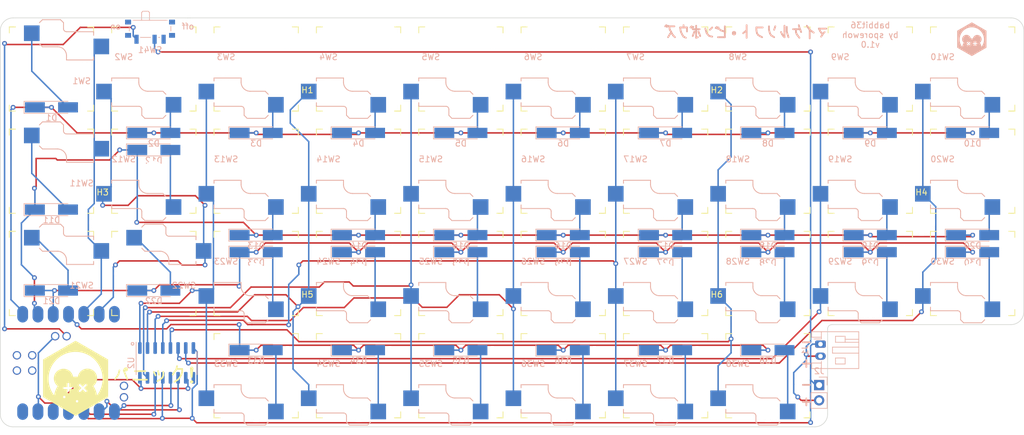
<source format=kicad_pcb>
(kicad_pcb (version 20211014) (generator pcbnew)
  (layers (0 "F.Cu" signal) (31 "B.Cu" signal) (34 "B.Paste" user) (35 "F.Paste" user) (36 "B.SilkS" user "B.Silkscreen") (37 "F.SilkS" user "F.Silkscreen") (38 "B.Mask" user) (39 "F.Mask" user) (44 "Edge.Cuts" user))
  (net 0 "")
  (net 1 "row1")
  (net 2 "Net-(D1-Pad2)")
  (net 3 "Net-(D2-Pad2)")
  (net 4 "Net-(D3-Pad2)")
  (net 5 "Net-(D4-Pad2)")
  (net 6 "Net-(D5-Pad2)")
  (net 7 "Net-(D6-Pad2)")
  (net 8 "Net-(D7-Pad2)")
  (net 9 "Net-(D8-Pad2)")
  (net 10 "Net-(D9-Pad2)")
  (net 11 "Net-(D10-Pad2)")
  (net 12 "row2")
  (net 13 "Net-(D11-Pad2)")
  (net 14 "Net-(D12-Pad2)")
  (net 15 "Net-(D13-Pad2)")
  (net 16 "Net-(D14-Pad2)")
  (net 17 "Net-(D15-Pad2)")
  (net 18 "Net-(D16-Pad2)")
  (net 19 "Net-(D17-Pad2)")
  (net 20 "Net-(D18-Pad2)")
  (net 21 "Net-(D19-Pad2)")
  (net 22 "Net-(D20-Pad2)")
  (net 23 "row3")
  (net 24 "Net-(D21-Pad2)")
  (net 25 "Net-(D22-Pad2)")
  (net 26 "Net-(D23-Pad2)")
  (net 27 "Net-(D24-Pad2)")
  (net 28 "Net-(D25-Pad2)")
  (net 29 "Net-(D26-Pad2)")
  (net 30 "Net-(D27-Pad2)")
  (net 31 "Net-(D28-Pad2)")
  (net 32 "Net-(D29-Pad2)")
  (net 33 "Net-(D30-Pad2)")
  (net 34 "row4")
  (net 37 "Net-(D33-Pad2)")
  (net 38 "Net-(D34-Pad2)")
  (net 39 "Net-(D35-Pad2)")
  (net 40 "Net-(D36-Pad2)")
  (net 41 "Net-(D37-Pad2)")
  (net 42 "Net-(D38-Pad2)")
  (net 44 "col1")
  (net 45 "col2")
  (net 46 "col3")
  (net 47 "col4")
  (net 48 "col5")
  (net 49 "col6")
  (net 50 "col7")
  (net 51 "col8")
  (net 52 "col9")
  (net 53 "col10")
  (net 55 "gnd")
  (net 56 "vbat")
  (net 57 "bat+")
  (net 59 "vcc")
  (net 60 "sck")
  (net 61 "io_cs")
  (net 62 "mosi")
  (net 66 "reset")
  (footprint "keyswitches:Kailh_socket_PG1350" (layer "F.Cu") (at 150.874929 57.374973)
    (fp_text reference "SW25")
    (fp_text value "SW_Push")
  )
  (footprint "keyswitches:Kailh_socket_PG1350" (layer "F.Cu") (at 184.874913 40.374981)
    (fp_text reference "SW17")
    (fp_text value "SW_Push")
  )
  (footprint "keyswitches:Kailh_socket_PG1350" (layer "F.Cu") (at 116.874945 57.374973)
    (fp_text reference "SW23")
    (fp_text value "SW_Push")
  )
  (footprint "keyswitches:Kailh_socket_PG1350" (layer "F.Cu") (at 167.874921 57.374973)
    (fp_text reference "SW26")
    (fp_text value "SW_Push")
  )
  (footprint "keyswitches:Kailh_socket_PG1350" (layer "F.Cu") (at 116.874945 40.374981)
    (fp_text reference "SW13")
    (fp_text value "SW_Push")
  )
  (footprint "MountingHole:MountingHole_4mm" (layer "F.Cu") (at 227.374893 48.874977)
    (fp_text reference "H4")
    (fp_text value "MountingHole")
  )
  (footprint "keyswitches:Kailh_socket_PG1350" (layer "F.Cu") (at 235.874889 40.374981)
    (fp_text reference "SW20")
    (fp_text value "SW_Push")
  )
  (footprint "keyswitches:Kailh_socket_PG1350" (layer "F.Cu") (at 167.874921 40.374981)
    (fp_text reference "SW16")
    (fp_text value "SW_Push")
  )
  (footprint "keyswitches:Kailh_socket_PG1350" (layer "F.Cu") (at 133.874937 23.374989)
    (fp_text reference "SW4")
    (fp_text value "SW_Push")
  )
  (footprint "keyswitches:Kailh_socket_PG1350" (layer "F.Cu") (at 82.874961 23.374989 180)
    (fp_text reference "SW1")
    (fp_text value "SW_Push")
  )
  (footprint "keyswitches:Kailh_socket_PG1350" (layer "F.Cu") (at 218.874897 57.374973)
    (fp_text reference "SW29")
    (fp_text value "SW_Push")
  )
  (footprint "keyswitches:Kailh_socket_PG1350" (layer "F.Cu") (at 150.874929 40.374981)
    (fp_text reference "SW15")
    (fp_text value "SW_Push")
  )
  (footprint "keyswitches:Kailh_socket_PG1350" (layer "F.Cu") (at 133.874937 74.374965)
    (fp_text reference "SW34")
    (fp_text value "SW_Push")
  )
  (footprint "keyswitches:Kailh_socket_PG1350" (layer "F.Cu") (at 167.874921 23.374989)
    (fp_text reference "SW6")
    (fp_text value "SW_Push")
  )
  (footprint "keyswitches:Kailh_socket_PG1350" (layer "F.Cu") (at 235.874889 23.374989)
    (fp_text reference "SW10")
    (fp_text value "SW_Push")
  )
  (footprint "keyswitches:Kailh_socket_PG1350" (layer "F.Cu") (at 116.874945 74.374965)
    (fp_text reference "SW33")
    (fp_text value "SW_Push")
  )
  (footprint "keyswitches:Kailh_socket_PG1350" (layer "F.Cu") (at 184.874913 57.374973)
    (fp_text reference "SW27")
    (fp_text value "SW_Push")
  )
  (footprint "keyswitches:Kailh_socket_PG1350" (layer "F.Cu") (at 235.874889 57.374973)
    (fp_text reference "SW30")
    (fp_text value "SW_Push")
  )
  (footprint "MountingHole:MountingHole_4mm" (layer "F.Cu") (at 125.374941 65.874969)
    (fp_text reference "H5")
    (fp_text value "MountingHole")
  )
  (footprint "MountingHole:MountingHole_4mm" (layer "F.Cu") (at 193.374909 31.874985)
    (fp_text reference "H2")
    (fp_text value "MountingHole")
  )
  (footprint "keyswitches:Kailh_socket_PG1350" (layer "F.Cu") (at 184.874913 23.374989)
    (fp_text reference "SW7")
    (fp_text value "SW_Push")
  )
  (footprint "keyswitches:Kailh_socket_PG1350" (layer "F.Cu") (at 218.874897 40.374981)
    (fp_text reference "SW19")
    (fp_text value "SW_Push")
  )
  (footprint "MountingHole:MountingHole_4mm" (layer "F.Cu") (at 193.374909 65.874969)
    (fp_text reference "H6")
    (fp_text value "MountingHole")
  )
  (footprint "keyswitches:Kailh_socket_PG1350" (layer "F.Cu") (at 133.874937 57.374973)
    (fp_text reference "SW24")
    (fp_text value "SW_Push")
  )
  (footprint "keyswitches:Kailh_socket_PG1350" (layer "F.Cu") (at 150.874929 23.374989)
    (fp_text reference "SW5")
    (fp_text value "SW_Push")
  )
  (footprint "keyswitches:Kailh_socket_PG1350" (layer "F.Cu") (at 201.874905 74.374965)
    (fp_text reference "SW38")
    (fp_text value "SW_Push")
  )
  (footprint "keyswitches:Kailh_socket_PG1350" (layer "F.Cu") (at 150.874929 74.374965)
    (fp_text reference "SW35")
    (fp_text value "SW_Push")
  )
  (footprint "keyswitches:Kailh_socket_PG1350" (layer "F.Cu") (at 201.874905 40.374981)
    (fp_text reference "SW18")
    (fp_text value "SW_Push")
  )
  (footprint "keyswitches:Kailh_socket_PG1350" (layer "F.Cu") (at 116.874945 23.374989)
    (fp_text reference "SW3")
    (fp_text value "SW_Push")
  )
  (footprint "keyswitches:Kailh_socket_PG1350" (layer "F.Cu") (at 218.874897 23.374989)
    (fp_text reference "SW9")
    (fp_text value "SW_Push")
  )
  (footprint "keyswitches:Kailh_socket_PG1350" (layer "F.Cu") (at 133.874937 40.374981)
    (fp_text reference "SW14")
    (fp_text value "SW_Push")
  )
  (footprint "keyswitches:Kailh_socket_PG1350" (layer "F.Cu") (at 82.874961 57.374973 180)
    (fp_text reference "SW21")
    (fp_text value "SW_Push")
  )
  (footprint "keyswitches:Kailh_socket_PG1350" (layer "F.Cu") (at 99.874953 23.374989)
    (fp_text reference "SW2")
    (fp_text value "SW_Push")
  )
  (footprint "keyswitches:Kailh_socket_PG1350" (layer "F.Cu") (at 99.874953 40.374981)
    (fp_text reference "SW12")
    (fp_text value "SW_Push")
  )
  (footprint "keyswitches:Kailh_socket_PG1350" (layer "F.Cu") (at 167.874921 74.374965)
    (fp_text reference "SW36")
    (fp_text value "SW_Push")
  )
  (footprint "keyswitches:Kailh_socket_PG1350" (layer "F.Cu") (at 99.874953 57.374973 180)
    (fp_text reference "SW22")
    (fp_text value "SW_Push")
  )
  (footprint "keyswitches:Kailh_socket_PG1350" (layer "F.Cu") (at 201.874905 57.374973)
    (fp_text reference "SW28")
    (fp_text value "SW_Push")
  )
  (footprint "MountingHole:MountingHole_4mm" (layer "F.Cu") (at 91.374957 48.874977)
    (fp_text reference "H3")
    (fp_text value "MountingHole")
  )
  (footprint "keyswitches:Kailh_socket_PG1350" (layer "F.Cu") (at 184.874913 74.374965)
    (fp_text reference "SW37")
    (fp_text value "SW_Push")
  )
  (footprint "keyswitches:Kailh_socket_PG1350" (layer "F.Cu") (at 82.874961 40.374981 180)
    (fp_text reference "SW11")
    (fp_text value "SW_Push")
  )
  (footprint "MountingHole:MountingHole_4mm" (layer "F.Cu") (at 125.374941 31.874985)
    (fp_text reference "H1")
    (fp_text value "MountingHole")
  )
  (footprint "keyswitches:Kailh_socket_PG1350" (layer "F.Cu") (at 201.874905 23.374989)
    (fp_text reference "SW8")
    (fp_text value "SW_Push")
  )
  (footprint "Diode_SMD:D_MiniMELF_Handsoldering" (layer "B.Cu") (at 150.874929 70.124967)
    (fp_text reference "D35")
    (fp_text value "D_Small")
  )
  (footprint "Diode_SMD:D_MiniMELF_Handsoldering" (layer "B.Cu") (at 235.874889 53.833308)
    (fp_text reference "D30")
    (fp_text value "D_Small")
  )
  (footprint "Diode_SMD:D_MiniMELF_Handsoldering" (layer "B.Cu") (at 133.874937 70.124967)
    (fp_text reference "D34")
    (fp_text value "D_Small")
  )
  (footprint "Diode_SMD:D_MiniMELF_Handsoldering" (layer "B.Cu") (at 82.874961 46.749978)
    (fp_text reference "D11")
    (fp_text value "D_Small")
  )
  (footprint "Diode_SMD:D_MiniMELF_Handsoldering" (layer "B.Cu") (at 201.874905 33.999984)
    (fp_text reference "D8")
    (fp_text value "D_Small")
  )
  (footprint "Diode_SMD:D_MiniMELF_Handsoldering" (layer "B.Cu") (at 99.874953 60.208305)
    (fp_text reference "D22")
    (fp_text value "D_Small")
  )
  (footprint "Diode_SMD:D_MiniMELF_Handsoldering" (layer "B.Cu") (at 133.874937 53.833308)
    (fp_text reference "D24")
    (fp_text value "D_Small")
  )
  (footprint "Diode_SMD:D_MiniMELF_Handsoldering" (layer "B.Cu") (at 184.874913 53.833308)
    (fp_text reference "D27")
    (fp_text value "D_Small")
  )
  (footprint "Diode_SMD:D_MiniMELF_Handsoldering" (layer "B.Cu") (at 133.874937 33.999984)
    (fp_text reference "D4")
    (fp_text value "D_Small")
  )
  (footprint "Package_SO:SOIC-16_3.9x9.9mm_P1.27mm" (layer "B.Cu") (at 101.999952 72.249966 -90)
    (fp_text reference "U2")
    (fp_text value "74HC595")
  )
  (footprint "Connector_PinHeader_2.54mm:PinHeader_1x02_P2.54mm_Vertical" (layer "B.Cu") (at 210.374901 75.933297 180)
    (fp_text reference "J2")
    (fp_text value "Conn_01x02_Female")
  )
  (footprint "Diode_SMD:D_MiniMELF_Handsoldering" (layer "B.Cu") (at 218.874897 53.833308)
    (fp_text reference "D29")
    (fp_text value "D_Small")
  )
  (footprint "Diode_SMD:D_MiniMELF_Handsoldering" (layer "B.Cu") (at 201.874905 53.833308)
    (fp_text reference "D28")
    (fp_text value "D_Small")
  )
  (footprint "Diode_SMD:D_MiniMELF_Handsoldering" (layer "B.Cu") (at 116.874945 70.124967)
    (fp_text reference "D33")
    (fp_text value "D_Small")
  )
  (footprint "Diode_SMD:D_MiniMELF_Handsoldering" (layer "B.Cu") (at 150.874929 50.999976)
    (fp_text reference "D15")
    (fp_text value "D_Small")
  )
  (footprint "mcu:xiao-ble-smd" (layer "B.Cu") (at 85.708293 72.249966 -90)
    (fp_text reference "U1" hide)
    (fp_text value "xiao-ble" hide)
  )
  (footprint "Diode_SMD:D_MiniMELF_Handsoldering" (layer "B.Cu") (at 218.874897 33.999984)
    (fp_text reference "D9")
    (fp_text value "D_Small")
  )
  (footprint "Diode_SMD:D_MiniMELF_Handsoldering" (layer "B.Cu") (at 82.874961 60.208305)
    (fp_text reference "D21")
    (fp_text value "D_Small")
  )
  (footprint "Diode_SMD:D_MiniMELF_Handsoldering" (layer "B.Cu") (at 218.874897 50.999976)
    (fp_text reference "D19")
    (fp_text value "D_Small")
  )
  (footprint "Button_Switch_SMD:SW_SPDT_PCM12" (layer "B.Cu") (at 99.249954 16.999992)
    (fp_text reference "SW41")
    (fp_text value "SW_SPST")
  )
  (footprint "Diode_SMD:D_MiniMELF_Handsoldering" (layer "B.Cu") (at 235.874889 33.999984)
    (fp_text reference "D10")
    (fp_text value "D_Small")
  )
  (footprint "Diode_SMD:D_MiniMELF_Handsoldering" (layer "B.Cu") (at 133.874937 50.999976)
    (fp_text reference "D14")
    (fp_text value "D_Small")
  )
  (footprint "Diode_SMD:D_MiniMELF_Handsoldering" (layer "B.Cu") (at 167.874921 33.999984)
    (fp_text reference "D6")
    (fp_text value "D_Small")
  )
  (footprint "Diode_SMD:D_MiniMELF_Handsoldering" (layer "B.Cu") (at 201.874905 50.999976)
    (fp_text reference "D18")
    (fp_text value "D_Small")
  )
  (footprint "Diode_SMD:D_MiniMELF_Handsoldering" (layer "B.Cu") (at 167.874921 50.999976)
    (fp_text reference "D16")
    (fp_text value "D_Small")
  )
  (footprint "Diode_SMD:D_MiniMELF_Handsoldering" (layer "B.Cu") (at 116.874945 50.999976)
    (fp_text reference "D13")
    (fp_text value "D_Small")
  )
  (footprint "Diode_SMD:D_MiniMELF_Handsoldering" (layer "B.Cu") (at 150.874929 53.833308)
    (fp_text reference "D25")
    (fp_text value "D_Small")
  )
  (footprint "Diode_SMD:D_MiniMELF_Handsoldering" (layer "B.Cu") (at 167.874921 53.833308)
    (fp_text reference "D26")
    (fp_text value "D_Small")
  )
  (footprint "Diode_SMD:D_MiniMELF_Handsoldering" (layer "B.Cu") (at 82.874961 29.749986)
    (fp_text reference "D1")
    (fp_text value "D_Small")
  )
  (footprint "Diode_SMD:D_MiniMELF_Handsoldering" (layer "B.Cu") (at 116.874945 33.999984)
    (fp_text reference "D3")
    (fp_text value "D_Small")
  )
  (footprint "Diode_SMD:D_MiniMELF_Handsoldering" (layer "B.Cu") (at 184.874913 33.999984)
    (fp_text reference "D7")
    (fp_text value "D_Small")
  )
  (footprint "Diode_SMD:D_MiniMELF_Handsoldering" (layer "B.Cu") (at 116.874945 53.833308)
    (fp_text reference "D23")
    (fp_text value "D_Small")
  )
  (footprint "Diode_SMD:D_MiniMELF_Handsoldering" (layer "B.Cu") (at 184.874913 50.999976)
    (fp_text reference "D17")
    (fp_text value "D_Small")
  )
  (footprint "Connector_JST:JST_PH_S2B-PH-K_1x02_P2.00mm_Horizontal" (layer "B.Cu") (at 210.6 69.124967 -90)
    (fp_text reference "J1")
    (fp_text value "Conn_01x02_Female")
  )
  (footprint "Diode_SMD:D_MiniMELF_Handsoldering" (layer "B.Cu") (at 99.874953 36.833316)
    (fp_text reference "D12")
    (fp_text value "D_Small")
  )
  (footprint "Diode_SMD:D_MiniMELF_Handsoldering" (layer "B.Cu") (at 150.874929 33.999984)
    (fp_text reference "D5")
    (fp_text value "D_Small")
  )
  (footprint "Diode_SMD:D_MiniMELF_Handsoldering" (layer "B.Cu") (at 184.874913 70.124967)
    (fp_text reference "D37")
    (fp_text value "D_Small")
  )
  (footprint "Diode_SMD:D_MiniMELF_Handsoldering" (layer "B.Cu") (at 167.874921 70.124967)
    (fp_text reference "D36")
    (fp_text value "D_Small")
  )
  (footprint "Diode_SMD:D_MiniMELF_Handsoldering" (layer "B.Cu") (at 235.874889 50.999976)
    (fp_text reference "D20")
    (fp_text value "D_Small")
  )
  (footprint "Diode_SMD:D_MiniMELF_Handsoldering" (layer "B.Cu") (at 201.874905 70.124967)
    (fp_text reference "D38")
    (fp_text value "D_Small")
  )
  (footprint "Diode_SMD:D_MiniMELF_Handsoldering" (layer "B.Cu") (at 99.874953 33.999984)
    (fp_text reference "D2")
    (fp_text value "D_Small")
  )
  (gr_poly (pts (xy 233.306318 17.015829) (xy 233.306317 19.822745) (xy 235.737177 21.226202) (xy 238.168034 19.822746) (xy 238.168035 18.462864) (xy 237.75968 18.462864) (xy 237.757834 18.55001) (xy 237.752344 18.636217) (xy 237.743285 18.721413) (xy 237.730732 18.805521) (xy 237.714759 18.888467) (xy 237.695442 18.970177) (xy 237.672854 19.050576) (xy 237.647071 19.129589) (xy 237.618168 19.207141) (xy 237.586218 19.283159) (xy 237.551296 19.357567) (xy 237.513478 19.43029) (xy 237.472838 19.501254) (xy 237.42945 19.570385) (xy 237.383389 19.637607) (xy 237.33473 19.702846) (xy 237.32785 19.655188) (xy 237.319589 19.60799) (xy 237.309966 19.561272) (xy 237.299004 19.515056) (xy 237.286724 19.469363) (xy 237.273148 19.424214) (xy 237.258296 19.379631) (xy 237.24219 19.335635) (xy 237.224852 19.292248) (xy 237.206302 19.24949) (xy 237.186561 19.207382) (xy 237.165652 19.165948) (xy 237.157069 19.150093) (xy 236.665217 19.150093) (xy 236.665123 19.153913) (xy 236.664843 19.157685) (xy 236.664382 19.161404) (xy 236.663745 19.165066) (xy 236.662935 19.168666) (xy 236.661957 19.172199) (xy 236.660816 19.175662) (xy 236.659516 19.179049) (xy 236.658062 19.182357) (xy 236.656457 19.185581) (xy 236.654707 19.188716) (xy 236.652816 19.191758) (xy 236.650788 19.194703) (xy 236.648628 19.197545) (xy 236.64634 19.200282) (xy 236.643929 19.202908) (xy 236.641399 19.205418) (xy 236.638754 19.207809) (xy 236.636 19.210076) (xy 236.63314 19.212214) (xy 236.630178 19.214219) (xy 236.62712 19.216087) (xy 236.62397 19.217813) (xy 236.620732 19.219392) (xy 236.61741 19.220821) (xy 236.61401 19.222094) (xy 236.610535 19.223208) (xy 236.60699 19.224158) (xy 236.60338 19.224939) (xy 236.599708 19.225548) (xy 236.59598 19.225978) (xy 236.5922 19.226227) (xy 236.5922 19.226293) (xy 236.350347 19.226293) (xy 236.350347 19.468144) (xy 236.350283 19.468144) (xy 236.350034 19.471925) (xy 236.349603 19.475653) (xy 236.348995 19.479325) (xy 236.348213 19.482935) (xy 236.347264 19.48648) (xy 236.34615 19.489955) (xy 236.344876 19.493355) (xy 236.343447 19.496677) (xy 236.341868 19.499915) (xy 236.340142 19.503065) (xy 236.338274 19.506123) (xy 236.336269 19.509085) (xy 236.334131 19.511945) (xy 236.331864 19.514699) (xy 236.329473 19.517344) (xy 236.326963 19.519874) (xy 236.324337 19.522285) (xy 236.3216 19.524573) (xy 236.318758 19.526733) (xy 236.315813 19.528761) (xy 236.312771 19.530652) (xy 236.309636 19.532402) (xy 236.306412 19.534007) (xy 236.303104 19.535461) (xy 236.299717 19.536761) (xy 236.296254 19.537902) (xy 236.292721 19.53888) (xy 236.289121 19.53969) (xy 236.285459 19.540327) (xy 236.28174 19.540788) (xy 236.277968 19.541068) (xy 236.274147 19.541162) (xy 236.270327 19.541068) (xy 236.266555 19.540788) (xy 236.262836 19.540327) (xy 236.259174 19.53969) (xy 236.255575 19.53888) (xy 236.252041 19.537902) (xy 236.248579 19.536761) (xy 236.245191 19.535461) (xy 236.241884 19.534007) (xy 236.23866 19.532402) (xy 236.235525 19.530652) (xy 236.232483 19.528761) (xy 236.229538 19.526733) (xy 236.226696 19.524573) (xy 236.223959 19.522285) (xy 236.221333 19.519874) (xy 236.218823 19.517344) (xy 236.216432 19.514699) (xy 236.214165 19.511945) (xy 236.212027 19.509085) (xy 236.210022 19.506123) (xy 236.208154 19.503065) (xy 236.206429 19.499915) (xy 236.204849 19.496677) (xy 236.20342 19.493355) (xy 236.202147 19.489955) (xy 236.201033 19.48648) (xy 236.200083 19.482935) (xy 236.199302 19.479325) (xy 236.198693 19.475653) (xy 236.198263 19.471925) (xy 236.198014 19.468144) (xy 236.197948 19.468144) (xy 236.197948 19.374223) (xy 235.499025 19.374223) (xy 235.498874 19.377784) (xy 235.498556 19.381337) (xy 235.498074 19.384875) (xy 235.497425 19.388391) (xy 235.496611 19.391879) (xy 235.495632 19.395333) (xy 235.494487 19.398747) (xy 235.493177 19.402115) (xy 235.4917 19.405429) (xy 235.490059 19.408684) (xy 235.488252 19.411874) (xy 235.486279 19.414992) (xy 235.484141 19.418032) (xy 235.481837 19.420988) (xy 235.479367 19.423853) (xy 235.476732 19.426622) (xy 235.473964 19.429256) (xy 235.471099 19.431726) (xy 235.468143 19.43403) (xy 235.465103 19.436168) (xy 235.461985 19.438141) (xy 235.458795 19.439948) (xy 235.45554 19.441589) (xy 235.452225 19.443065) (xy 235.448858 19.444376) (xy 235.445444 19.445521) (xy 235.44199 19.4465) (xy 235.438501 19.447314) (xy 235.434985 19.447962) (xy 235.431448 19.448445) (xy 235.427895 19.448762) (xy 235.424333 19.448914) (xy 235.420769 19.4489) (xy 235.417209 19.44872) (xy 235.413658 19.448375) (xy 235.410124 19.447865) (xy 235.406612 19.447189) (xy 235.403129 19.446347) (xy 235.399681 19.44534) (xy 235.396274 19.444167) (xy 235.392915 19.442829) (xy 235.38961 19.441325) (xy 235.386366 19.439655) (xy 235.383187 19.43782) (xy 235.380082 19.43582) (xy 235.377056 19.433654) (xy 235.374115 19.431322) (xy 235.371266 19.428825) (xy 235.371254 19.428836) (xy 235.371242 19.428848) (xy 235.37122 19.428871) (xy 235.200204 19.257856) (xy 235.031439 19.426622) (xy 235.029189 19.428871) (xy 235.029177 19.42886) (xy 235.029166 19.428848) (xy 235.029154 19.428836) (xy 235.029149 19.42883) (xy 235.029143 19.428825) (xy 235.026294 19.431322) (xy 235.023353 19.433654) (xy 235.020326 19.43582) (xy 235.017221 19.43782) (xy 235.014043 19.439655) (xy 235.010798 19.441325) (xy 235.007493 19.442829) (xy 235.004134 19.444167) (xy 235.000727 19.44534) (xy 234.997279 19.446347) (xy 234.993796 19.447189) (xy 234.990284 19.447865) (xy 234.98675 19.448375) (xy 234.983199 19.44872) (xy 234.979639 19.4489) (xy 234.976074 19.448914) (xy 234.972513 19.448762) (xy 234.96896 19.448445) (xy 234.965422 19.447962) (xy 234.961906 19.447314) (xy 234.958418 19.4465) (xy 234.954964 19.445521) (xy 234.95155 19.444376) (xy 234.948182 19.443065) (xy 234.944868 19.441589) (xy 234.941613 19.439948) (xy 234.938423 19.438141) (xy 234.935305 19.436168) (xy 234.932265 19.43403) (xy 234.929309 19.431726) (xy 234.926444 19.429256) (xy 234.923676 19.426622) (xy 234.921041 19.423853) (xy 234.918571 19.420988) (xy 234.916268 19.418032) (xy 234.914129 19.414992) (xy 234.912157 19.411874) (xy 234.910349 19.408684) (xy 234.908708 19.405429) (xy 234.907232 19.402115) (xy 234.905921 19.398747) (xy 234.904776 19.395333) (xy 234.903797 19.391879) (xy 234.902983 19.388391) (xy 234.902335 19.384875) (xy 234.901852 19.381337) (xy 234.901535 19.377784) (xy 234.901383 19.374223) (xy 234.901397 19.370659) (xy 234.901577 19.367098) (xy 234.901922 19.363547) (xy 234.902432 19.360013) (xy 234.903108 19.356501) (xy 234.90395 19.353018) (xy 234.904957 19.34957) (xy 234.90613 19.346164) (xy 234.907468 19.342805) (xy 234.908972 19.3395) (xy 234.910642 19.336255) (xy 234.912477 19.333077) (xy 234.914477 19.329971) (xy 234.916643 19.326945) (xy 234.918975 19.324004) (xy 234.921472 19.321155) (xy 234.921426 19.321108) (xy 234.923676 19.318858) (xy 235.092442 19.150093) (xy 234.923676 18.981328) (xy 234.921426 18.979078) (xy 234.921437 18.979066) (xy 234.921449 18.979055) (xy 234.921461 18.979043) (xy 234.921472 18.979032) (xy 234.918975 18.976182) (xy 234.916643 18.973241) (xy 234.914477 18.970215) (xy 234.912477 18.96711) (xy 234.910642 18.963932) (xy 234.908972 18.960687) (xy 234.907468 18.957382) (xy 234.90613 18.954023) (xy 234.904957 18.950616) (xy 234.90395 18.947168) (xy 234.903108 18.943685) (xy 234.902432 18.940174) (xy 234.901922 18.936639) (xy 234.901577 18.933089) (xy 234.901397 18.929528) (xy 234.901383 18.925964) (xy 234.901535 18.922402) (xy 234.901852 18.918849) (xy 234.902335 18.915312) (xy 234.902983 18.911796) (xy 234.903797 18.908307) (xy 234.904776 18.904853) (xy 234.905921 18.901439) (xy 234.907232 18.898072) (xy 234.908708 18.894757) (xy 234.910349 18.891502) (xy 234.912157 18.888312) (xy 234.914129 18.885194) (xy 234.916268 18.882154) (xy 234.918571 18.879198) (xy 234.921041 18.876333) (xy 234.923676 18.873565) (xy 234.926444 18.87093) (xy 234.929309 18.868461) (xy 234.932265 18.866157) (xy 234.935305 18.864018) (xy 234.938423 18.862046) (xy 234.941613 18.860238) (xy 234.944868 18.858597) (xy 234.948183 18.857121) (xy 234.95155 18.85581) (xy 234.954964 18.854665) (xy 234.958418 18.853686) (xy 234.961907 18.852872) (xy 234.965423 18.852224) (xy 234.96896 18.851741) (xy 234.972513 18.851424) (xy 234.976075 18.851272) (xy 234.979639 18.851286) (xy 234.983199 18.851465) (xy 234.98675 18.85181) (xy 234.990284 18.852321) (xy 234.993796 18.852997) (xy 234.997279 18.853839) (xy 235.000727 18.854846) (xy 235.004134 18.856019) (xy 235.007493 18.857357) (xy 235.010798 18.858861) (xy 235.014043 18.86053) (xy 235.017221 18.862365) (xy 235.020326 18.864366) (xy 235.023353 18.866532) (xy 235.026294 18.868864) (xy 235.029143 18.871361) (xy 235.029166 18.871338) (xy 235.029172 18.871332) (xy 235.029178 18.871326) (xy 235.029184 18.87132) (xy 235.02919 18.871314) (xy 235.031372 18.873498) (xy 235.031389 18.873515) (xy 235.031405 18.873532) (xy 235.031438 18.873565) (xy 235.200204 19.04233) (xy 235.368969 18.873564) (xy 235.37122 18.871314) (xy 235.371266 18.871361) (xy 235.374115 18.868864) (xy 235.377056 18.866532) (xy 235.380082 18.864366) (xy 235.383187 18.862365) (xy 235.386366 18.86053) (xy 235.38961 18.858861) (xy 235.392915 18.857357) (xy 235.396274 18.856019) (xy 235.399681 18.854846) (xy 235.403129 18.853839) (xy 235.406612 18.852997) (xy 235.410124 18.852321) (xy 235.413658 18.85181) (xy 235.417209 18.851465) (xy 235.420769 18.851286) (xy 235.424333 18.851272) (xy 235.427895 18.851423) (xy 235.431448 18.851741) (xy 235.434985 18.852223) (xy 235.438501 18.852872) (xy 235.44199 18.853685) (xy 235.445444 18.854665) (xy 235.448858 18.85581) (xy 235.452225 18.85712) (xy 235.45554 18.858596) (xy 235.458795 18.860238) (xy 235.461985 18.862045) (xy 235.465103 18.864018) (xy 235.468143 18.866156) (xy 235.471099 18.86846) (xy 235.473964 18.870929) (xy 235.476732 18.873564) (xy 235.479367 18.876333) (xy 235.481837 18.879198) (xy 235.484141 18.882154) (xy 235.486279 18.885194) (xy 235.488252 18.888312) (xy 235.490059 18.891502) (xy 235.4917 18.894757) (xy 235.493177 18.898071) (xy 235.494487 18.901439) (xy 235.495632 18.904853) (xy 235.496611 18.908307) (xy 235.497425 18.911795) (xy 235.498074 18.915311) (xy 235.498556 18.918849) (xy 235.498874 18.922402) (xy 235.499025 18.925963) (xy 235.499011 18.929528) (xy 235.498832 18.933088) (xy 235.498487 18.936639) (xy 235.497976 18.940173) (xy 235.4973 18.943685) (xy 235.496458 18.947168) (xy 235.495451 18.950616) (xy 235.494278 18.954023) (xy 235.49294 18.957382) (xy 235.491436 18.960687) (xy 235.489767 18.963931) (xy 235.487932 18.96711) (xy 235.485931 18.970215) (xy 235.483765 18.973241) (xy 235.481434 18.976182) (xy 235.478936 18.979032) (xy 235.478982 18.979078) (xy 235.476732 18.981327) (xy 235.307967 19.150093) (xy 235.478982 19.321108) (xy 235.478936 19.321155) (xy 235.481434 19.324004) (xy 235.483765 19.326945) (xy 235.485931 19.329971) (xy 235.487932 19.333077) (xy 235.489767 19.336255) (xy 235.491436 19.3395) (xy 235.49294 19.342805) (xy 235.494278 19.346164) (xy 235.495451 19.34957) (xy 235.496458 19.353018) (xy 235.4973 19.356501) (xy 235.497976 19.360013) (xy 235.498487 19.363547) (xy 235.498832 19.367098) (xy 235.499011 19.370659) (xy 235.499025 19.374223) (xy 236.197948 19.374223) (xy 236.197948 19.226293) (xy 235.956096 19.226293) (xy 235.956096 19.226227) (xy 235.952315 19.225978) (xy 235.948587 19.225548) (xy 235.944916 19.224939) (xy 235.941305 19.224158) (xy 235.93776 19.223208) (xy 235.934286 19.222094) (xy 235.930885 19.220821) (xy 235.927564 19.219392) (xy 235.924326 19.217813) (xy 235.921175 19.216087) (xy 235.918117 19.214219) (xy 235.915156 19.212214) (xy 235.912296 19.210076) (xy 235.909541 19.207809) (xy 235.906897 19.205418) (xy 235.904366 19.202908) (xy 235.901955 19.200282) (xy 235.899667 19.197545) (xy 235.897507 19.194703) (xy 235.895479 19.191758) (xy 235.893588 19.188716) (xy 235.891838 19.185581) (xy 235.890234 19.182357) (xy 235.888779 19.179049) (xy 235.887479 19.175662) (xy 235.886338 19.172199) (xy 235.885361 19.168666) (xy 235.884551 19.165066) (xy 235.883913 19.161404) (xy 235.883452 19.157685) (xy 235.883172 19.153913) (xy 235.883078 19.150093) (xy 235.883172 19.146272) (xy 235.883452 19.1425) (xy 235.883913 19.138781) (xy 235.884551 19.135119) (xy 235.885361 19.131519) (xy 235.886338 19.127986) (xy 235.887479 19.124523) (xy 235.888779 19.121136) (xy 235.890234 19.117828) (xy 235.891838 19.114604) (xy 235.893588 19.111469) (xy 235.895479 19.108427) (xy 235.897507 19.105482) (xy 235.899667 19.10264) (xy 235.901955 19.099903) (xy 235.904366 19.097277) (xy 235.906897 19.094767) (xy 235.909541 19.092376) (xy 235.912296 19.090109) (xy 235.915156 19.087971) (xy 235.918117 19.085966) (xy 235.921175 19.084098) (xy 235.924326 19.082373) (xy 235.927564 19.080793) (xy 235.930885 19.079364) (xy 235.934286 19.078091) (xy 235.93776 19.076977) (xy 235.941305 19.076027) (xy 235.944916 19.075246) (xy 235.948587 19.074637) (xy 235.952315 19.074207) (xy 235.956096 19.073958) (xy 235.956096 19.073893) (xy 235.959184 19.073894) (xy 236.197948 19.073894) (xy 236.197948 18.832041) (xy 236.198013 18.832041) (xy 236.198262 18.82826) (xy 236.198693 18.824532) (xy 236.199301 18.82086) (xy 236.200082 18.81725) (xy 236.201032 18.813705) (xy 236.202146 18.81023) (xy 236.20342 18.80683) (xy 236.204848 18.803508) (xy 236.206428 18.80027) (xy 236.208154 18.79712) (xy 236.210022 18.794062) (xy 236.212027 18.791101) (xy 236.214165 18.78824) (xy 236.216432 18.785486) (xy 236.218823 18.782841) (xy 236.221333 18.780311) (xy 236.223959 18.7779) (xy 236.226695 18.775612) (xy 236.229538 18.773452) (xy 236.232483 18.771424) (xy 236.235525 18.769533) (xy 236.23866 18.767783) (xy 236.241884 18.766178) (xy 236.245191 18.764724) (xy 236.248579 18.763424) (xy 236.252041 18.762283) (xy 236.255575 18.761305) (xy 236.259174 18.760495) (xy 236.262836 18.759858) (xy 236.266555 18.759397) (xy 236.270327 18.759117) (xy 236.274147 18.759023) (xy 236.277968 18.759117) (xy 236.28174 18.759397) (xy 236.285459 18.759858) (xy 236.289121 18.760495) (xy 236.292721 18.761305) (xy 236.296254 18.762283) (xy 236.299717 18.763424) (xy 236.303104 18.764724) (xy 236.306412 18.766178) (xy 236.309636 18.767783) (xy 236.312771 18.769533) (xy 236.315813 18.771424) (xy 236.318758 18.773452) (xy 236.3216 18.775612) (xy 236.324337 18.7779) (xy 236.326963 18.780311) (xy 236.329473 18.782841) (xy 236.331864 18.785486) (xy 236.334131 18.78824) (xy 236.336269 18.791101) (xy 236.338274 18.794062) (xy 236.340142 18.79712) (xy 236.341868 18.80027) (xy 236.343447 18.803508) (xy 236.344876 18.80683) (xy 236.34615 18.81023) (xy 236.347264 18.813705) (xy 236.348213 18.81725) (xy 236.348995 18.82086) (xy 236.349603 18.824532) (xy 236.350034 18.82826) (xy 236.350283 18.832041) (xy 236.350347 18.832041) (xy 236.350347 19.073893) (xy 236.5922 19.073893) (xy 236.5922 19.073958) (xy 236.59598 19.074207) (xy 236.599708 19.074638) (xy 236.60338 19.075246) (xy 236.606991 19.076028) (xy 236.610535 19.076977) (xy 236.61401 19.078091) (xy 236.617411 19.079365) (xy 236.620732 19.080794) (xy 236.62397 19.082373) (xy 236.62712 19.084099) (xy 236.630179 19.085967) (xy 236.63314 19.087972) (xy 236.636 19.09011) (xy 236.638755 19.092377) (xy 236.641399 19.094768) (xy 236.643929 19.097278) (xy 236.646341 19.099904) (xy 236.648628 19.10264) (xy 236.650789 19.105483) (xy 236.652816 19.108428) (xy 236.654707 19.11147) (xy 236.656457 19.114605) (xy 236.658062 19.117828) (xy 236.659516 19.121136) (xy 236.660816 19.124524) (xy 236.661957 19.127986) (xy 236.662935 19.13152) (xy 236.663745 19.135119) (xy 236.664382 19.138781) (xy 236.664843 19.1425) (xy 236.665123 19.146272) (xy 236.665217 19.150093) (xy 237.157069 19.150093) (xy 237.143596 19.125206) (xy 237.120414 19.08518) (xy 237.096126 19.04589) (xy 237.070755 19.007357) (xy 237.102827 18.981743) (xy 237.133376 18.954384) (xy 237.162326 18.925354) (xy 237.189602 18.89473) (xy 237.215129 18.862586) (xy 237.238831 18.828997) (xy 237.260633 18.794039) (xy 237.28046 18.757788) (xy 237.298237 18.720318) (xy 237.313888 18.681705) (xy 237.327337 18.642025) (xy 237.33851 18.601352) (xy 237.347331 18.559761) (xy 237.353726 18.517329) (xy 237.357617 18.474131) (xy 237.358931 18.430241) (xy 237.358932 18.430241) (xy 237.357991 18.393099) (xy 237.355201 18.356443) (xy 237.350606 18.320317) (xy 237.344252 18.284768) (xy 237.336185 18.249841) (xy 237.326449 18.215581) (xy 237.315091 18.182035) (xy 237.302155 18.149246) (xy 237.287688 18.117262) (xy 237.271734 18.086127) (xy 237.25434 18.055887) (xy 237.235551 18.026588) (xy 237.215412 17.998274) (xy 237.193968 17.970992) (xy 237.171266 17.944786) (xy 237.147351 17.919703) (xy 237.122267 17.895787) (xy 237.096062 17.873085) (xy 237.068779 17.851642) (xy 237.040466 17.831503) (xy 237.011166 17.812713) (xy 236.980926 17.795319) (xy 236.949791 17.779366) (xy 236.917807 17.764898) (xy 236.885019 17.751963) (xy 236.851472 17.740605) (xy 236.817213 17.730869) (xy 236.782285 17.722801) (xy 236.746736 17.716447) (xy 236.710611 17.711852) (xy 236.673954 17.709062) (xy 236.636812 17.708122) (xy 236.60344 17.708881) (xy 236.570456 17.711135) (xy 236.537892 17.714851) (xy 236.505782 17.719997) (xy 236.474158 17.72654) (xy 236.443054 17.734446) (xy 236.412502 17.743683) (xy 236.382535 17.754218) (xy 236.353187 17.766018) (xy 236.32449 17.779049) (xy 236.296477 17.79328) (xy 236.269181 17.808677) (xy 236.242634 17.825207) (xy 236.216871 17.842837) (xy 236.191923 17.861535) (xy 236.167825 17.881267) (xy 236.144608 17.902) (xy 236.122305 17.923702) (xy 236.10095 17.946339) (xy 236.080575 17.969879) (xy 236.061214 17.994289) (xy 236.042899 18.019536) (xy 236.025664 18.045587) (xy 236.00954 18.072408) (xy 235.994562 18.099968) (xy 235.980761 18.128232) (xy 235.968172 18.157169) (xy 235.956826 18.186745) (xy 235.946757 18.216927) (xy 235.937998 18.247683) (xy 235.930582 18.278979) (xy 235.924541 18.310782) (xy 235.901441 18.308271) (xy 235.878245 18.306088) (xy 235.854954 18.304233) (xy 235.831572 18.302711) (xy 235.808101 18.301522) (xy 235.784543 18.300671) (xy 235.760901 18.300158) (xy 235.737176 18.299987) (xy 235.715052 18.300136) (xy 235.693 18.300582) (xy 235.671021 18.301322) (xy 235.649118 18.302356) (xy 235.627291 18.303681) (xy 235.605543 18.305296) (xy 235.583876 18.307197) (xy 235.562291 18.309384) (xy 235.556607 18.277141) (xy 235.549512 18.245406) (xy 235.54104 18.214211) (xy 235.531225 18.183592) (xy 235.5201 18.153581) (xy 235.5077 18.124213) (xy 235.494058 18.095522) (xy 235.479208 18.067541) (xy 235.463184 18.040305) (xy 235.44602 18.013846) (xy 235.42775 17.9882) (xy 235.408408 17.9634) (xy 235.388027 17.939479) (xy 235.366641 17.916472) (xy 235.344284 17.894412) (xy 235.320991 17.873334) (xy 235.296794 17.853271) (xy 235.271728 17.834257) (xy 235.245827 17.816326) (xy 235.219124 17.799511) (xy 235.191654 17.783848) (xy 235.163449 17.769368) (xy 235.134545 17.756107) (xy 235.104975 17.744098) (xy 235.074772 17.733375) (xy 235.043971 17.723972) (xy 235.012605 17.715923) (xy 234.980708 17.709261) (xy 234.948315 17.704021) (xy 234.915459 17.700236) (xy 234.882174 17.69794) (xy 234.848493 17.697167) (xy 234.811351 17.698108) (xy 234.774694 17.700898) (xy 234.738569 17.705493) (xy 234.70302 17.711847) (xy 234.668093 17.719914) (xy 234.633833 17.72965) (xy 234.600287 17.741009) (xy 234.567498 17.753944) (xy 234.535514 17.768411) (xy 234.504379 17.784365) (xy 234.474139 17.801759) (xy 234.44484 17.820548) (xy 234.416526 17.840687) (xy 234.389244 17.862131) (xy 234.363038 17.884833) (xy 234.337955 17.908748) (xy 234.314039 17.933832) (xy 234.291337 17.960037) (xy 234.269894 17.98732) (xy 234.249755 18.015633) (xy 234.230965 18.044933) (xy 234.213571 18.075173) (xy 234.197618 18.106308) (xy 234.18315 18.138292) (xy 234.170215 18.17108) (xy 234.158857 18.204627) (xy 234.149121 18.238886) (xy 234.141053 18.273814) (xy 234.134699 18.309363) (xy 234.130104 18.345488) (xy 234.127314 18.382145) (xy 234.126374 18.419287) (xy 234.127677 18.462989) (xy 234.131535 18.506005) (xy 234.137875 18.548263) (xy 234.146622 18.589687) (xy 234.157702 18.630203) (xy 234.171041 18.669736) (xy 234.186564 18.708214) (xy 234.204196 18.74556) (xy 234.223864 18.7817) (xy 234.245493 18.816561) (xy 234.269009 18.850068) (xy 234.294337 18.882147) (xy 234.321403 18.912723) (xy 234.350133 18.941722) (xy 234.380452 18.969069) (xy 234.412286 18.994691) (xy 234.386035 19.033772) (xy 234.360905 19.073649) (xy 234.336921 19.1143) (xy 234.314104 19.155702) (xy 234.292477 19.197832) (xy 234.272063 19.240668) (xy 234.252885 19.284186) (xy 234.234965 19.328365) (xy 234.218325 19.373182) (xy 234.20299 19.418613) (xy 234.188981 19.464637) (xy 234.17632 19.511231) (xy 234.165031 19.558371) (xy 234.155137 19.606035) (xy 234.146659 19.654201) (xy 234.139621 19.702846) (xy 234.090962 19.637607) (xy 234.044902 19.570385) (xy 234.001514 19.501255) (xy 233.960873 19.43029) (xy 233.923055 19.357567) (xy 233.888134 19.283159) (xy 233.856184 19.207142) (xy 233.82728 19.129589) (xy 233.801497 19.050576) (xy 233.778909 18.970177) (xy 233.759592 18.888467) (xy 233.743619 18.805521) (xy 233.731066 18.721413) (xy 233.722008 18.636217) (xy 233.716517 18.55001) (xy 233.714671 18.462864) (xy 233.717304 18.358837) (xy 233.725119 18.25617) (xy 233.737988 18.154989) (xy 233.755785 18.055424) (xy 233.77838 17.957601) (xy 233.805648 17.861647) (xy 233.83746 17.76769) (xy 233.87369 17.675857) (xy 233.91421 17.586275) (xy 233.958892 17.499073) (xy 234.00761 17.414377) (xy 234.060235 17.332315) (xy 234.11664 17.253014) (xy 234.176699 17.176602) (xy 234.240283 17.103206) (xy 234.307265 17.032953) (xy 234.377518 16.965971) (xy 234.450914 16.902387) (xy 234.527326 16.842329) (xy 234.606627 16.785923) (xy 234.688689 16.733298) (xy 234.773385 16.684581) (xy 234.860587 16.639898) (xy 234.950168 16.599379) (xy 235.042001 16.563149) (xy 235.135958 16.531336) (xy 235.231912 16.504069) (xy 235.329736 16.481473) (xy 235.429301 16.463677) (xy 235.530481 16.450808) (xy 235.633148 16.442993) (xy 235.737176 16.440359) (xy 235.841203 16.442993) (xy 235.94387 16.450808) (xy 236.04505 16.463677) (xy 236.144615 16.481473) (xy 236.242439 16.504069) (xy 236.338393 16.531336) (xy 236.43235 16.563149) (xy 236.524183 16.599379) (xy 236.613764 16.639898) (xy 236.700966 16.684581) (xy 236.785662 16.733298) (xy 236.867724 16.785923) (xy 236.947025 16.842329) (xy 237.023437 16.902387) (xy 237.096833 16.965971) (xy 237.167086 17.032953) (xy 237.234068 17.103206) (xy 237.297652 17.176602) (xy 237.357711 17.253014) (xy 237.414116 17.332315) (xy 237.466741 17.414377) (xy 237.515459 17.499073) (xy 237.560141 17.586275) (xy 237.600661 17.675857) (xy 237.636891 17.76769) (xy 237.668703 17.861647) (xy 237.695971 17.957601) (xy 237.718567 18.055424) (xy 237.736363 18.154989) (xy 237.749232 18.25617) (xy 237.757047 18.358837) (xy 237.75968 18.462864) (xy 238.168035 18.462864) (xy 238.168035 17.01583) (xy 235.737175 15.612374)) (layer "B.SilkS") (width 0.0045) (fill solid))
  (gr_circle (center 96.34 69.07) (end 96.562036 69.07) (layer "B.SilkS") (width 0.15) (fill none))
  (gr_poly (pts (xy 92.278571 71.686921) (xy 92.278574 77.924511) (xy 86.876662 81.043303) (xy 81.474757 77.924512) (xy 81.474756 74.902553) (xy 82.38221 74.902553) (xy 82.386314 75.09621) (xy 82.398514 75.287783) (xy 82.418645 75.477106) (xy 82.44654 75.664013) (xy 82.482035 75.848338) (xy 82.524962 76.029915) (xy 82.575157 76.208579) (xy 82.632452 76.384164) (xy 82.696682 76.556503) (xy 82.767682 76.725431) (xy 82.845285 76.890781) (xy 82.929326 77.052388) (xy 83.019638 77.210087) (xy 83.116055 77.36371) (xy 83.218412 77.513092) (xy 83.326543 77.658068) (xy 83.341832 77.552162) (xy 83.360192 77.447277) (xy 83.381575 77.34346) (xy 83.405935 77.240757) (xy 83.433223 77.139217) (xy 83.463393 77.038887) (xy 83.496397 76.939813) (xy 83.532188 76.842045) (xy 83.570718 76.745628) (xy 83.611941 76.65061) (xy 83.655808 76.557038) (xy 83.702272 76.464961) (xy 83.721347 76.429728) (xy 84.81435 76.429728) (xy 84.814559 76.438218) (xy 84.815181 76.4466) (xy 84.816205 76.454865) (xy 84.817622 76.463002) (xy 84.819422 76.471002) (xy 84.821595 76.478854) (xy 84.824131 76.486548) (xy 84.827019 76.494076) (xy 84.830251 76.501427) (xy 84.833817 76.50859) (xy 84.837706 76.515557) (xy 84.841908 76.522317) (xy 84.846415 76.528861) (xy 84.851215 76.535178) (xy 84.856299 76.541259) (xy 84.861657 76.547094) (xy 84.86728 76.552673) (xy 84.873157 76.557986) (xy 84.879278 76.563023) (xy 84.885634 76.567775) (xy 84.892215 76.572231) (xy 84.89901 76.576381) (xy 84.906011 76.580216) (xy 84.913207 76.583726) (xy 84.920588 76.586902) (xy 84.928144 76.589732) (xy 84.935866 76.592207) (xy 84.943743 76.594318) (xy 84.951767 76.596054) (xy 84.959926 76.597406) (xy 84.968211 76.598363) (xy 84.976612 76.598916) (xy 84.976612 76.599061) (xy 85.514061 76.599061) (xy 85.514061 77.136509) (xy 85.514205 77.136509) (xy 85.514758 77.144911) (xy 85.515716 77.153196) (xy 85.517067 77.161355) (xy 85.518803 77.169378) (xy 85.520914 77.177256) (xy 85.523389 77.184978) (xy 85.52622 77.192534) (xy 85.529395 77.199915) (xy 85.532905 77.207111) (xy 85.53674 77.214111) (xy 85.540891 77.220907) (xy 85.545347 77.227488) (xy 85.550098 77.233844) (xy 85.555135 77.239965) (xy 85.560448 77.245842) (xy 85.566027 77.251464) (xy 85.571862 77.256823) (xy 85.577943 77.261907) (xy 85.58426 77.266707) (xy 85.590804 77.271213) (xy 85.597564 77.275416) (xy 85.604531 77.279305) (xy 85.611695 77.28287) (xy 85.619046 77.286102) (xy 85.626573 77.288991) (xy 85.634268 77.291526) (xy 85.64212 77.293699) (xy 85.65012 77.295499) (xy 85.658257 77.296916) (xy 85.666521 77.29794) (xy 85.674904 77.298562) (xy 85.683394 77.298771) (xy 85.691884 77.298562) (xy 85.700267 77.29794) (xy 85.708531 77.296916) (xy 85.716668 77.295499) (xy 85.724667 77.293699) (xy 85.732519 77.291526) (xy 85.740214 77.288991) (xy 85.747741 77.286102) (xy 85.755092 77.28287) (xy 85.762255 77.279305) (xy 85.769222 77.275416) (xy 85.775982 77.271213) (xy 85.782526 77.266707) (xy 85.788843 77.261907) (xy 85.794924 77.256823) (xy 85.800759 77.251464) (xy 85.806338 77.245842) (xy 85.81165 77.239965) (xy 85.816688 77.233844) (xy 85.821439 77.227488) (xy 85.825895 77.220907) (xy 85.830045 77.214111) (xy 85.833881 77.207111) (xy 85.837391 77.199915) (xy 85.840566 77.192534) (xy 85.843396 77.184978) (xy 85.845871 77.177256) (xy 85.847982 77.169378) (xy 85.849718 77.161355) (xy 85.85107 77.153196) (xy 85.852027 77.144911) (xy 85.852581 77.136509) (xy 85.852726 77.136509) (xy 85.852726 76.927795) (xy 87.405888 76.927795) (xy 87.406225 76.935709) (xy 87.40693 76.943604) (xy 87.408003 76.951466) (xy 87.409443 76.959279) (xy 87.411252 76.967031) (xy 87.413429 76.974707) (xy 87.415973 76.982294) (xy 87.418885 76.989777) (xy 87.422165 76.997142) (xy 87.425813 77.004376) (xy 87.429829 77.011465) (xy 87.434213 77.018394) (xy 87.438965 77.02515) (xy 87.444085 77.031718) (xy 87.449572 77.038085) (xy 87.455428 77.044236) (xy 87.46158 77.050092) (xy 87.467947 77.055579) (xy 87.474515 77.060699) (xy 87.48127 77.065451) (xy 87.4882 77.069834) (xy 87.495288 77.07385) (xy 87.502522 77.077498) (xy 87.509888 77.080778) (xy 87.517371 77.083691) (xy 87.524957 77.086235) (xy 87.532633 77.088411) (xy 87.540385 77.09022) (xy 87.548199 77.09166) (xy 87.55606 77.092733) (xy 87.563955 77.093438) (xy 87.57187 77.093775) (xy 87.57979 77.093744) (xy 87.587703 77.093345) (xy 87.595593 77.092578) (xy 87.603447 77.091444) (xy 87.611251 77.089941) (xy 87.618992 77.088071) (xy 87.626654 77.085832) (xy 87.634224 77.083226) (xy 87.641688 77.080252) (xy 87.649032 77.07691) (xy 87.656243 77.0732) (xy 87.663305 77.069122) (xy 87.670206 77.064677) (xy 87.676931 77.059863) (xy 87.683467 77.054682) (xy 87.689798 77.049132) (xy 87.689824 77.049158) (xy 87.68985 77.049184) (xy 87.689901 77.049236) (xy 88.069936 76.669203) (xy 88.44497 77.044236) (xy 88.449968 77.049236) (xy 88.449995 77.04921) (xy 88.450021 77.049184) (xy 88.450046 77.049158) (xy 88.450058 77.049145) (xy 88.450071 77.049132) (xy 88.456403 77.054682) (xy 88.462938 77.059863) (xy 88.469663 77.064677) (xy 88.476564 77.069122) (xy 88.483627 77.0732) (xy 88.490838 77.07691) (xy 88.498182 77.080252) (xy 88.505647 77.083226) (xy 88.513217 77.085832) (xy 88.520879 77.088071) (xy 88.528619 77.089941) (xy 88.536423 77.091444) (xy 88.544278 77.092578) (xy 88.552168 77.093345) (xy 88.56008 77.093744) (xy 88.568001 77.093775) (xy 88.575916 77.093438) (xy 88.583811 77.092733) (xy 88.591672 77.09166) (xy 88.599485 77.09022) (xy 88.607237 77.088411) (xy 88.614913 77.086235) (xy 88.6225 77.083691) (xy 88.629983 77.080778) (xy 88.637349 77.077498) (xy 88.644582 77.07385) (xy 88.651671 77.069834) (xy 88.6586 77.065451) (xy 88.665356 77.060699) (xy 88.671924 77.055579) (xy 88.678291 77.050092) (xy 88.684443 77.044236) (xy 88.690298 77.038085) (xy 88.695785 77.031718) (xy 88.700905 77.02515) (xy 88.705657 77.018394) (xy 88.710041 77.011465) (xy 88.714056 77.004376) (xy 88.717704 76.997142) (xy 88.720985 76.989777) (xy 88.723897 76.982294) (xy 88.726441 76.974707) (xy 88.728618 76.967031) (xy 88.730426 76.959279) (xy 88.731867 76.951466) (xy 88.73294 76.943604) (xy 88.733645 76.935709) (xy 88.733982 76.927795) (xy 88.733951 76.919874) (xy 88.733552 76.911962) (xy 88.732785 76.904072) (xy 88.73165 76.896217) (xy 88.730148 76.888413) (xy 88.728278 76.880673) (xy 88.726039 76.873011) (xy 88.723433 76.865441) (xy 88.720459 76.857977) (xy 88.717117 76.850632) (xy 88.713407 76.843422) (xy 88.709329 76.836359) (xy 88.704884 76.829458) (xy 88.70007 76.822733) (xy 88.694888 76.816198) (xy 88.689339 76.809866) (xy 88.689443 76.809762) (xy 88.684443 76.804763) (xy 88.309407 76.429729) (xy 88.684443 76.054696) (xy 88.689443 76.049696) (xy 88.689417 76.049669) (xy 88.689391 76.049644) (xy 88.689365 76.049618) (xy 88.689339 76.049592) (xy 88.694888 76.04326) (xy 88.70007 76.036725) (xy 88.704884 76.03) (xy 88.709329 76.023099) (xy 88.713407 76.016036) (xy 88.717117 76.008826) (xy 88.720459 76.001482) (xy 88.723433 75.994017) (xy 88.726039 75.986447) (xy 88.728278 75.978785) (xy 88.730148 75.971045) (xy 88.73165 75.963241) (xy 88.732785 75.955387) (xy 88.733552 75.947496) (xy 88.733951 75.939584) (xy 88.733982 75.931663) (xy 88.733645 75.923749) (xy 88.73294 75.915854) (xy 88.731867 75.907992) (xy 88.730426 75.900179) (xy 88.728618 75.892427) (xy 88.726441 75.884751) (xy 88.723897 75.877164) (xy 88.720985 75.869681) (xy 88.717704 75.862316) (xy 88.714056 75.855082) (xy 88.710041 75.847993) (xy 88.705657 75.841064) (xy 88.700905 75.834309) (xy 88.695785 75.82774) (xy 88.690298 75.821373) (xy 88.684443 75.815222) (xy 88.678291 75.809366) (xy 88.671924 75.803879) (xy 88.665355 75.798759) (xy 88.6586 75.794007) (xy 88.65167 75.789623) (xy 88.644582 75.785607) (xy 88.637348 75.781959) (xy 88.629982 75.778679) (xy 88.622499 75.775767) (xy 88.614913 75.773222) (xy 88.607237 75.771046) (xy 88.599485 75.769237) (xy 88.591671 75.767797) (xy 88.58381 75.766724) (xy 88.575915 75.766019) (xy 88.568 75.765682) (xy 88.56008 75.765713) (xy 88.552168 75.766112) (xy 88.544277 75.766878) (xy 88.536423 75.768013) (xy 88.528619 75.769516) (xy 88.520879 75.771386) (xy 88.513217 75.773624) (xy 88.505646 75.77623) (xy 88.498182 75.779204) (xy 88.490838 75.782546) (xy 88.483627 75.786256) (xy 88.476564 75.790334) (xy 88.469663 75.79478) (xy 88.462938 75.799593) (xy 88.456403 75.804774) (xy 88.450071 75.810324) (xy 88.45002 75.810272) (xy 88.450007 75.810259) (xy 88.449994 75.810246) (xy 88.44998 75.810233) (xy 88.449967 75.810221) (xy 88.445118 75.815074) (xy 88.44508 75.815111) (xy 88.445044 75.815148) (xy 88.444971 75.815222) (xy 88.069936 76.190255) (xy 87.694902 75.81522) (xy 87.689901 75.810221) (xy 87.689798 75.810324) (xy 87.683467 75.804774) (xy 87.676931 75.799593) (xy 87.670206 75.794779) (xy 87.663305 75.790334) (xy 87.656243 75.786256) (xy 87.649032 75.782546) (xy 87.641688 75.779204) (xy 87.634224 75.77623) (xy 87.626654 75.773624) (xy 87.618992 75.771385) (xy 87.611251 75.769515) (xy 87.603447 75.768012) (xy 87.595593 75.766878) (xy 87.587703 75.766111) (xy 87.57979 75.765712) (xy 87.57187 75.765681) (xy 87.563955 75.766018) (xy 87.55606 75.766723) (xy 87.548199 75.767796) (xy 87.540385 75.769237) (xy 87.532633 75.771045) (xy 87.524957 75.773222) (xy 87.517371 75.775766) (xy 87.509888 75.778678) (xy 87.502522 75.781958) (xy 87.495288 75.785606) (xy 87.4882 75.789622) (xy 87.48127 75.794006) (xy 87.474515 75.798758) (xy 87.467947 75.803877) (xy 87.46158 75.809365) (xy 87.455428 75.81522) (xy 87.449572 75.821372) (xy 87.444085 75.827739) (xy 87.438965 75.834307) (xy 87.434213 75.841063) (xy 87.429829 75.847992) (xy 87.425813 75.855081) (xy 87.422165 75.862315) (xy 87.418885 75.86968) (xy 87.415973 75.877164) (xy 87.413429 75.88475) (xy 87.411252 75.892426) (xy 87.409443 75.900178) (xy 87.408003 75.907992) (xy 87.40693 75.915853) (xy 87.406225 75.923748) (xy 87.405888 75.931663) (xy 87.405919 75.939583) (xy 87.406318 75.947496) (xy 87.407085 75.955386) (xy 87.408219 75.96324) (xy 87.409722 75.971044) (xy 87.411592 75.978784) (xy 87.41383 75.986446) (xy 87.416437 75.994017) (xy 87.419411 76.001481) (xy 87.422753 76.008825) (xy 87.426462 76.016036) (xy 87.43054 76.023099) (xy 87.434986 76.03) (xy 87.439799 76.036725) (xy 87.444981 76.04326) (xy 87.45053 76.049592) (xy 87.450428 76.049694) (xy 87.455428 76.054694) (xy 87.830462 76.429729) (xy 87.450429 76.809762) (xy 87.45053 76.809866) (xy 87.444981 76.816198) (xy 87.439799 76.822733) (xy 87.434986 76.829458) (xy 87.43054 76.836359) (xy 87.426462 76.843422) (xy 87.422753 76.850632) (xy 87.419411 76.857977) (xy 87.416437 76.865441) (xy 87.41383 76.873011) (xy 87.411592 76.880673) (xy 87.409722 76.888413) (xy 87.408219 76.896217) (xy 87.407085 76.904072) (xy 87.406318 76.911962) (xy 87.405919 76.919874) (xy 87.405888 76.927795) (xy 85.852726 76.927795) (xy 85.852726 76.599061) (xy 86.390175 76.599061) (xy 86.390175 76.598916) (xy 86.398576 76.598363) (xy 86.406861 76.597406) (xy 86.41502 76.596054) (xy 86.423044 76.594318) (xy 86.430921 76.592207) (xy 86.438643 76.589732) (xy 86.446199 76.586902) (xy 86.45358 76.583726) (xy 86.460776 76.580216) (xy 86.467777 76.576381) (xy 86.474572 76.572231) (xy 86.481153 76.567775) (xy 86.487509 76.563023) (xy 86.49363 76.557986) (xy 86.499507 76.552673) (xy 86.50513 76.547094) (xy 86.510488 76.541259) (xy 86.515572 76.535178) (xy 86.520372 76.528861) (xy 86.524879 76.522317) (xy 86.529081 76.515557) (xy 86.53297 76.50859) (xy 86.536536 76.501427) (xy 86.539768 76.494076) (xy 86.542656 76.486548) (xy 86.545192 76.478854) (xy 86.547365 76.471002) (xy 86.549164 76.463002) (xy 86.550581 76.454865) (xy 86.551606 76.4466) (xy 86.552228 76.438218) (xy 86.552437 76.429728) (xy 86.552228 76.421237) (xy 86.551606 76.412855) (xy 86.550581 76.40459) (xy 86.549164 76.396453) (xy 86.547365 76.388454) (xy 86.545192 76.380602) (xy 86.542656 76.372907) (xy 86.539768 76.365379) (xy 86.536536 76.358029) (xy 86.53297 76.350865) (xy 86.529081 76.343898) (xy 86.524879 76.337138) (xy 86.520372 76.330594) (xy 86.515572 76.324277) (xy 86.510488 76.318196) (xy 86.50513 76.312361) (xy 86.499507 76.306782) (xy 86.49363 76.301469) (xy 86.487509 76.296432) (xy 86.481153 76.29168) (xy 86.474572 76.287224) (xy 86.467777 76.283074) (xy 86.460776 76.279239) (xy 86.45358 76.275729) (xy 86.446199 76.272554) (xy 86.438643 76.269723) (xy 86.430921 76.267248) (xy 86.423044 76.265137) (xy 86.41502 76.263401) (xy 86.406861 76.26205) (xy 86.398576 76.261092) (xy 86.390175 76.260539) (xy 86.390175 76.260395) (xy 86.383313 76.260397) (xy 85.852726 76.260397) (xy 85.852726 75.722946) (xy 85.852582 75.722946) (xy 85.852029 75.714545) (xy 85.851071 75.70626) (xy 85.84972 75.698101) (xy 85.847984 75.690077) (xy 85.845873 75.6822) (xy 85.843397 75.674478) (xy 85.840567 75.666922) (xy 85.837392 75.659541) (xy 85.833882 75.652345) (xy 85.830047 75.645344) (xy 85.825896 75.638549) (xy 85.82144 75.631968) (xy 85.816689 75.625612) (xy 85.811651 75.61949) (xy 85.806338 75.613613) (xy 85.80076 75.607991) (xy 85.794925 75.602633) (xy 85.788844 75.597548) (xy 85.782526 75.592748) (xy 85.775983 75.588242) (xy 85.769222 75.584039) (xy 85.762255 75.58015) (xy 85.755092 75.576585) (xy 85.747741 75.573353) (xy 85.740214 75.570464) (xy 85.732519 75.567928) (xy 85.724667 75.565756) (xy 85.716668 75.563956) (xy 85.708531 75.562539) (xy 85.700267 75.561514) (xy 85.691884 75.560893) (xy 85.683394 75.560683) (xy 85.674904 75.560893) (xy 85.666521 75.561514) (xy 85.658257 75.562539) (xy 85.65012 75.563956) (xy 85.64212 75.565756) (xy 85.634268 75.567928) (xy 85.626573 75.570464) (xy 85.619046 75.573353) (xy 85.611695 75.576585) (xy 85.604531 75.58015) (xy 85.597564 75.584039) (xy 85.590804 75.588242) (xy 85.58426 75.592748) (xy 85.577943 75.597548) (xy 85.571862 75.602633) (xy 85.566027 75.607991) (xy 85.560448 75.613613) (xy 85.555135 75.61949) (xy 85.550098 75.625612) (xy 85.545347 75.631968) (xy 85.540891 75.638549) (xy 85.53674 75.645344) (xy 85.532905 75.652345) (xy 85.529395 75.659541) (xy 85.52622 75.666922) (xy 85.523389 75.674478) (xy 85.520914 75.6822) (xy 85.518803 75.690077) (xy 85.517067 75.698101) (xy 85.515716 75.70626) (xy 85.514758 75.714545) (xy 85.514205 75.722946) (xy 85.514061 75.722946) (xy 85.514061 76.260395) (xy 84.976612 76.260395) (xy 84.976612 76.26054) (xy 84.96821 76.261094) (xy 84.959925 76.262051) (xy 84.951766 76.263403) (xy 84.943743 76.265139) (xy 84.935865 76.26725) (xy 84.928143 76.269725) (xy 84.920587 76.272555) (xy 84.913206 76.27573) (xy 84.90601 76.27924) (xy 84.89901 76.283075) (xy 84.892214 76.287226) (xy 84.885633 76.291682) (xy 84.879277 76.296433) (xy 84.873156 76.30147) (xy 84.867279 76.306783) (xy 84.861657 76.312362) (xy 84.856298 76.318197) (xy 84.851214 76.324278) (xy 84.846414 76.330595) (xy 84.841908 76.337139) (xy 84.837705 76.343899) (xy 84.833816 76.350866) (xy 84.830251 76.358029) (xy 84.827019 76.36538) (xy 84.82413 76.372908) (xy 84.821595 76.380602) (xy 84.819422 76.388454) (xy 84.817622 76.396454) (xy 84.816205 76.40459) (xy 84.815181 76.412855) (xy 84.814559 76.421237) (xy 84.81435 76.429728) (xy 83.721347 76.429728) (xy 83.751286 76.374425) (xy 83.802803 76.285477) (xy 83.856775 76.198166) (xy 83.913155 76.112538) (xy 83.841884 76.055618) (xy 83.773998 75.99482) (xy 83.709664 75.93031) (xy 83.649051 75.862255) (xy 83.592325 75.790823) (xy 83.539653 75.716182) (xy 83.491203 75.638498) (xy 83.447143 75.55794) (xy 83.40764 75.474673) (xy 83.37286 75.388867) (xy 83.342973 75.300688) (xy 83.318144 75.210303) (xy 83.298541 75.11788) (xy 83.284332 75.023587) (xy 83.275683 74.92759) (xy 83.272763 74.830057) (xy 83.272763 74.830058) (xy 83.274852 74.74752) (xy 83.281053 74.666061) (xy 83.291263 74.585782) (xy 83.305383 74.506784) (xy 83.323311 74.429168) (xy 83.344946 74.353036) (xy 83.370187 74.278488) (xy 83.398933 74.205625) (xy 83.431082 74.134549) (xy 83.466535 74.06536) (xy 83.505188 73.99816) (xy 83.546942 73.93305) (xy 83.591696 73.870131) (xy 83.639348 73.809503) (xy 83.689797 73.751269) (xy 83.742943 73.695528) (xy 83.798683 73.642383) (xy 83.856918 73.591933) (xy 83.917545 73.544281) (xy 83.980465 73.499528) (xy 84.045575 73.457774) (xy 84.112775 73.41912) (xy 84.181964 73.383668) (xy 84.25304 73.351519) (xy 84.325902 73.322773) (xy 84.400451 73.297532) (xy 84.476583 73.275897) (xy 84.554199 73.257969) (xy 84.633196 73.243849) (xy 84.713475 73.233638) (xy 84.794934 73.227438) (xy 84.877472 73.225348) (xy 84.951633 73.227034) (xy 85.024931 73.232043) (xy 85.097295 73.240302) (xy 85.168651 73.251738) (xy 85.238926 73.266277) (xy 85.308047 73.283847) (xy 85.37594 73.304373) (xy 85.442532 73.327784) (xy 85.507751 73.354006) (xy 85.571522 73.382965) (xy 85.633774 73.414589) (xy 85.694432 73.448804) (xy 85.753423 73.485537) (xy 85.810675 73.524716) (xy 85.866114 73.566266) (xy 85.919667 73.610114) (xy 85.971261 73.656189) (xy 86.020822 73.704415) (xy 86.068278 73.75472) (xy 86.113554 73.807032) (xy 86.156579 73.861276) (xy 86.197279 73.91738) (xy 86.235581 73.97527) (xy 86.271411 74.034873) (xy 86.304696 74.096116) (xy 86.335364 74.158927) (xy 86.36334 74.22323) (xy 86.388553 74.288955) (xy 86.410928 74.356027) (xy 86.430392 74.424372) (xy 86.446873 74.493919) (xy 86.460297 74.564594) (xy 86.511631 74.559014) (xy 86.563178 74.554161) (xy 86.614934 74.55004) (xy 86.666894 74.546657) (xy 86.719052 74.544016) (xy 86.771403 74.542124) (xy 86.823942 74.540984) (xy 86.876664 74.540603) (xy 86.876665 74.540603) (xy 86.925828 74.540935) (xy 86.974832 74.541925) (xy 87.023674 74.543572) (xy 87.072349 74.545869) (xy 87.120853 74.548814) (xy 87.169182 74.552401) (xy 87.217332 74.556627) (xy 87.265297 74.561487) (xy 87.277929 74.489836) (xy 87.293695 74.419312) (xy 87.312522 74.349991) (xy 87.334334 74.281948) (xy 87.359056 74.215257) (xy 87.386612 74.149996) (xy 87.416927 74.086237) (xy 87.449927 74.024058) (xy 87.485535 73.963532) (xy 87.523677 73.904736) (xy 87.564277 73.847744) (xy 87.60726 73.792632) (xy 87.652551 73.739475) (xy 87.700075 73.688349) (xy 87.749756 73.639327) (xy 87.80152 73.592487) (xy 87.85529 73.547902) (xy 87.910992 73.505649) (xy 87.96855 73.465802) (xy 88.02789 73.428436) (xy 88.088936 73.393628) (xy 88.151612 73.361451) (xy 88.215844 73.331982) (xy 88.281556 73.305296) (xy 88.348674 73.281467) (xy 88.417121 73.260571) (xy 88.486822 73.242684) (xy 88.557703 73.22788) (xy 88.629688 73.216235) (xy 88.702702 73.207824) (xy 88.77667 73.202723) (xy 88.851516 73.201005) (xy 88.934053 73.203095) (xy 89.015512 73.209295) (xy 89.095791 73.219506) (xy 89.174789 73.233626) (xy 89.252405 73.251554) (xy 89.328537 73.273189) (xy 89.403085 73.29843) (xy 89.475948 73.327175) (xy 89.547024 73.359325) (xy 89.616212 73.394777) (xy 89.683412 73.433431) (xy 89.748522 73.475185) (xy 89.811442 73.519938) (xy 89.872069 73.56759) (xy 89.930304 73.61804) (xy 89.986045 73.671185) (xy 90.03919 73.726925) (xy 90.089639 73.78516) (xy 90.137291 73.845788) (xy 90.182045 73.908707) (xy 90.223799 73.973817) (xy 90.262453 74.041017) (xy 90.297905 74.110206) (xy 90.330054 74.181282) (xy 90.3588 74.254145) (xy 90.384041 74.328693) (xy 90.405676 74.404825) (xy 90.423604 74.482441) (xy 90.437724 74.561439) (xy 90.447934 74.641718) (xy 90.454135 74.723177) (xy 90.456224 74.805715) (xy 90.45333 74.90283) (xy 90.444755 74.998423) (xy 90.430666 75.092328) (xy 90.411228 75.184382) (xy 90.386605 75.274417) (xy 90.356964 75.36227) (xy 90.322469 75.447774) (xy 90.283286 75.530765) (xy 90.23958 75.611078) (xy 90.191515 75.688547) (xy 90.139258 75.763007) (xy 90.082974 75.834293) (xy 90.022827 75.90224) (xy 89.958982 75.966682) (xy 89.891606 76.027454) (xy 89.820864 76.084391) (xy 89.879201 76.171238) (xy 89.935044 76.259854) (xy 89.988343 76.350189) (xy 90.039047 76.442193) (xy 90.087107 76.535815) (xy 90.132471 76.631006) (xy 90.175089 76.727714) (xy 90.214912 76.825889) (xy 90.251888 76.925482) (xy 90.285967 77.026441) (xy 90.317098 77.128716) (xy 90.345233 77.232256) (xy 90.370319 77.337013) (xy 90.392307 77.442934) (xy 90.411146 77.549969) (xy 90.426786 77.658069) (xy 90.534917 77.513094) (xy 90.637274 77.363711) (xy 90.733691 77.210088) (xy 90.824004 77.05239) (xy 90.908044 76.890782) (xy 90.985647 76.725432) (xy 91.056647 76.556504) (xy 91.120878 76.384165) (xy 91.178173 76.20858) (xy 91.228368 76.029916) (xy 91.271295 75.848338) (xy 91.30679 75.664013) (xy 91.334685 75.477106) (xy 91.354816 75.287783) (xy 91.367016 75.09621) (xy 91.37112 74.902553) (xy 91.365268 74.671382) (xy 91.347902 74.443232) (xy 91.319303 74.218387) (xy 91.279756 73.997131) (xy 91.229544 73.779746) (xy 91.168949 73.566515) (xy 91.098254 73.357721) (xy 91.017743 73.153648) (xy 90.9277 72.954578) (xy 90.828406 72.760796) (xy 90.720145 72.572583) (xy 90.6032 72.390223) (xy 90.477855 72.213999) (xy 90.344392 72.044193) (xy 90.203094 71.881091) (xy 90.054245 71.724973) (xy 89.898127 71.576124) (xy 89.735024 71.434826) (xy 89.565219 71.301363) (xy 89.388995 71.176018) (xy 89.206635 71.059073) (xy 89.018422 70.950812) (xy 88.824639 70.851518) (xy 88.62557 70.761475) (xy 88.421497 70.680964) (xy 88.212703 70.61027) (xy 87.999472 70.549675) (xy 87.782087 70.499462) (xy 87.560831 70.459915) (xy 87.335986 70.431317) (xy 87.107837 70.41395) (xy 86.876665 70.408098) (xy 86.645494 70.41395) (xy 86.417344 70.431317) (xy 86.1925 70.459915) (xy 85.971243 70.499462) (xy 85.753858 70.549675) (xy 85.540627 70.61027) (xy 85.331834 70.680964) (xy 85.127761 70.761475) (xy 84.928691 70.851518) (xy 84.734908 70.950812) (xy 84.546695 71.059073) (xy 84.364335 71.176018) (xy 84.188111 71.301363) (xy 84.018306 71.434826) (xy 83.855203 71.576124) (xy 83.699086 71.724973) (xy 83.550236 71.881091) (xy 83.408939 72.044193) (xy 83.275476 72.213999) (xy 83.15013 72.390223) (xy 83.033185 72.572583) (xy 82.924924 72.760796) (xy 82.825631 72.954578) (xy 82.735587 73.153648) (xy 82.655076 73.357721) (xy 82.584382 73.566515) (xy 82.523787 73.779746) (xy 82.473574 73.997131) (xy 82.434027 74.218387) (xy 82.405429 74.443232) (xy 82.388062 74.671382) (xy 82.38221 74.902553) (xy 81.474756 74.902553) (xy 81.474755 71.686923) (xy 86.876667 68.56813)) (layer "F.SilkS") (width 0.01) (fill solid))
  (gr_arc (start 74.374965 16.999992) (mid 74.997363 15.497391) (end 76.499964 14.874993) (layer "Edge.Cuts") (width 0.1))
  (gr_arc (start 211.791567 66.583302) (mid 211.999033 66.082435) (end 212.4999 65.874969) (layer "Edge.Cuts") (width 0.1))
  (gr_arc (start 244.374885 63.74997) (mid 243.752487 65.252571) (end 242.249886 65.874969) (layer "Edge.Cuts") (width 0.1))
  (gr_line (start 105.895783 14.874993) (end 105.541617 14.874993) (layer "Edge.Cuts") (width 0.1))
  (gr_line (start 74.374965 80.749962) (end 74.374965 16.999992) (layer "Edge.Cuts") (width 0.1))
  (gr_line (start 244.374885 63.74997) (end 244.374885 16.999992) (layer "Edge.Cuts") (width 0.1))
  (gr_arc (start 76.499964 82.874961) (mid 74.997363 82.252563) (end 74.374965 80.749962) (layer "Edge.Cuts") (width 0.1))
  (gr_line (start 76.499964 14.874993) (end 105.541617 14.874993) (layer "Edge.Cuts") (width 0.1))
  (gr_arc (start 242.249826 14.874993) (mid 243.75246 15.497375) (end 244.374885 16.999992) (layer "Edge.Cuts") (width 0.1))
  (gr_arc (start 211.791567 80.749962) (mid 211.169169 82.252563) (end 209.666568 82.874961) (layer "Edge.Cuts") (width 0.1))
  (gr_line (start 211.791567 80.749962) (end 211.791567 66.583302) (layer "Edge.Cuts") (width 0.1))
  (gr_line (start 242.249826 14.874993) (end 105.895783 14.874993) (layer "Edge.Cuts") (width 0.1))
  (gr_line (start 76.499964 82.874961) (end 209.666568 82.874961) (layer "Edge.Cuts") (width 0.1))
  (gr_line (start 212.4999 65.874969) (end 242.249886 65.874969) (layer "Edge.Cuts") (width 0.1))
  (gr_text "-" (at 208.249902 68.708301) (layer "B.SilkS") (effects (font (size 1.5 1.5) (thickness 0.3)) (justify mirror)))
  (gr_text "babbit36\nby sporewoh\nv1.0" (at 218.874897 17.708325) (layer "B.SilkS") (effects (font (size 1 1)) (justify mirror)))
  (gr_text "on" (at 93.499956 16.291659) (layer "B.SilkS") (effects (font (size 1 1)) (justify mirror)))
  (gr_text "-" (at 208.249902 75.791631) (layer "B.SilkS") (effects (font (size 1.5 1.5) (thickness 0.3)) (justify mirror)))
  (gr_text "+" (at 208.249902 72.249966) (layer "B.SilkS") (effects (font (size 1.5 1.5) (thickness 0.3)) (justify mirror)))
  (gr_text "+" (at 208.249902 78.624963) (layer "B.SilkS") (effects (font (size 1.5 1.5) (thickness 0.3)) (justify mirror)))
  (gr_text "マイケルソフト・ビンボウズ" (at 198.33324 17.37) (layer "B.SilkS") (effects (font (size 2 2) (thickness 0.3)) (justify mirror)))
  (gr_text "off" (at 105.541617 16.291659) (layer "B.SilkS") (effects (font (size 1 1)) (justify mirror)))
  (gr_text "パニック!" (at 99.874953 74.374965) (layer "F.SilkS") (effects (font (size 2.5 3) (thickness 0.28))))
  (segment (start 218.874897 33.999984) (end 201.874905 33.999984) (width 0.25) (layer "F.Cu") (net 1))
  (segment (start 133.874937 33.999984) (end 133.625415 34.249506) (width 0.25) (layer "F.Cu") (net 1))
  (segment (start 99.874953 33.999984) (end 87.124959 33.999984) (width 0.25) (layer "F.Cu") (net 1))
  (segment (start 133.625415 34.249506) (end 117.124467 34.249506) (width 0.25) (layer "F.Cu") (net 1))
  (segment (start 167.874921 33.999984) (end 150.874929 33.999984) (width 0.25) (layer "F.Cu") (net 1))
  (segment (start 150.874929 33.999984) (end 133.874937 33.999984) (width 0.25) (layer "F.Cu") (net 1))
  (segment (start 235.874889 33.999984) (end 218.874897 33.999984) (width 0.25) (layer "F.Cu") (net 1))
  (segment (start 116.874945 33.999984) (end 99.874953 33.999984) (width 0.25) (layer "F.Cu") (net 1))
  (segment (start 117.124467 34.249506) (end 116.874945 33.999984) (width 0.25) (layer "F.Cu") (net 1))
  (segment (start 184.874913 33.999984) (end 167.874921 33.999984) (width 0.25) (layer "F.Cu") (net 1))
  (segment (start 76.499964 29.749986) (end 82.874961 29.749986) (width 0.25) (layer "F.Cu") (net 1))
  (segment (start 185.124435 34.249506) (end 184.874913 33.999984) (width 0.25) (layer "F.Cu") (net 1))
  (segment (start 201.874905 33.999984) (end 201.625383 34.249506) (width 0.25) (layer "F.Cu") (net 1))
  (segment (start 87.124959 33.999984) (end 82.874961 29.749986) (width 0.25) (layer "F.Cu") (net 1))
  (segment (start 201.625383 34.249506) (end 185.124435 34.249506) (width 0.25) (layer "F.Cu") (net 1))
  (via (at 167.874921 33.999984) (size 0.8) (drill 0.4) (layers "F.Cu" "B.Cu") (net 1))
  (via (at 99.874953 33.999984) (size 0.8) (drill 0.4) (layers "F.Cu" "B.Cu") (net 1))
  (via (at 235.874889 33.999984) (size 0.8) (drill 0.4) (layers "F.Cu" "B.Cu") (net 1))
  (via (at 133.874937 33.999984) (size 0.8) (drill 0.4) (layers "F.Cu" "B.Cu") (net 1))
  (via (at 76.499964 29.749986) (size 0.8) (drill 0.4) (layers "F.Cu" "B.Cu") (net 1))
  (via (at 218.874897 33.999984) (size 0.8) (drill 0.4) (layers "F.Cu" "B.Cu") (net 1))
  (via (at 150.874929 33.999984) (size 0.8) (drill 0.4) (layers "F.Cu" "B.Cu") (net 1))
  (via (at 116.874945 33.999984) (size 0.8) (drill 0.4) (layers "F.Cu" "B.Cu") (net 1))
  (via (at 82.874961 29.749986) (size 0.8) (drill 0.4) (layers "F.Cu" "B.Cu") (net 1))
  (via (at 201.874905 33.999984) (size 0.8) (drill 0.4) (layers "F.Cu" "B.Cu") (net 1))
  (via (at 184.874913 33.999984) (size 0.8) (drill 0.4) (layers "F.Cu" "B.Cu") (net 1))
  (segment (start 184.874913 33.999984) (end 182.124913 33.999984) (width 0.25) (layer "B.Cu") (net 1))
  (segment (start 116.874945 33.999984) (end 114.124945 33.999984) (width 0.25) (layer "B.Cu") (net 1))
  (segment (start 167.874921 33.999984) (end 165.124921 33.999984) (width 0.25) (layer "B.Cu") (net 1))
  (segment (start 133.874937 33.999984) (end 131.124937 33.999984) (width 0.25) (layer "B.Cu") (net 1))
  (segment (start 150.874929 33.999984) (end 148.124929 33.999984) (width 0.25) (layer "B.Cu") (net 1))
  (segment (start 78.088293 63.680006) (end 76.14954 61.741253) (width 0.25) (layer "B.Cu") (net 1))
  (segment (start 99.874953 33.999984) (end 97.124953 33.999984) (width 0.25) (layer "B.Cu") (net 1))
  (segment (start 233.124889 33.999984) (end 235.874889 33.999984) (width 0.25) (layer "B.Cu") (net 1))
  (segment (start 82.874961 29.749986) (end 80.124961 29.749986) (width 0.25) (layer "B.Cu") (net 1))
  (segment (start 218.874897 33.999984) (end 216.124897 33.999984) (width 0.25) (layer "B.Cu") (net 1))
  (segment (start 76.14954 61.741253) (end 76.14954 30.10041) (width 0.25) (layer "B.Cu") (net 1))
  (segment (start 76.14954 30.10041) (end 76.499964 29.749986) (width 0.25) (layer "B.Cu") (net 1))
  (segment (start 201.874905 33.999984) (end 199.124905 33.999984) (width 0.25) (layer "B.Cu") (net 1))
  (segment (start 79.599961 23.724986) (end 85.624961 29.749986) (width 0.25) (layer "B.Cu") (net 2))
  (segment (start 79.599961 17.424989) (end 79.599961 23.724986) (width 0.25) (layer "B.Cu") (net 2))
  (segment (start 102.624953 29.849989) (end 103.149953 29.324989) (width 0.25) (layer "B.Cu") (net 3))
  (segment (start 102.624953 33.999984) (end 102.624953 29.849989) (width 0.25) (layer "B.Cu") (net 3))
  (segment (start 119.624945 33.999984) (end 119.624945 29.849989) (width 0.25) (layer "B.Cu") (net 4))
  (segment (start 119.624945 29.849989) (end 120.149945 29.324989) (width 0.25) (layer "B.Cu") (net 4))
  (segment (start 136.624937 33.999984) (end 136.624937 29.849989) (width 0.25) (layer "B.Cu") (net 5))
  (segment (start 136.624937 29.849989) (end 137.149937 29.324989) (width 0.25) (layer "B.Cu") (net 5))
  (segment (start 153.624929 29.849989) (end 154.149929 29.324989) (width 0.25) (layer "B.Cu") (net 6))
  (segment (start 153.624929 33.999984) (end 153.624929 29.849989) (width 0.25) (layer "B.Cu") (net 6))
  (segment (start 170.624921 29.849989) (end 171.149921 29.324989) (width 0.25) (layer "B.Cu") (net 7))
  (segment (start 170.624921 33.999984) (end 170.624921 29.849989) (width 0.25) (layer "B.Cu") (net 7))
  (segment (start 187.624913 33.999984) (end 187.624913 29.849989) (width 0.25) (layer "B.Cu") (net 8))
  (segment (start 187.624913 29.849989) (end 188.149913 29.324989) (width 0.25) (layer "B.Cu") (net 8))
  (segment (start 204.624905 33.999984) (end 204.624905 29.849989) (width 0.25) (layer "B.Cu") (net 9))
  (segment (start 204.624905 29.849989) (end 205.149905 29.324989) (width 0.25) (layer "B.Cu") (net 9))
  (segment (start 221.624897 33.999984) (end 221.624897 29.849989) (width 0.25) (layer "B.Cu") (net 10))
  (segment (start 221.624897 29.849989) (end 222.149897 29.324989) (width 0.25) (layer "B.Cu") (net 10))
  (segment (start 238.624889 33.999984) (end 238.624889 29.849989) (width 0.25) (layer "B.Cu") (net 11))
  (segment (start 238.624889 29.849989) (end 239.149889 29.324989) (width 0.25) (layer "B.Cu") (net 11))
  (segment (start 80.041629 58.083306) (end 80.041629 62.333304) (width 0.25) (layer "F.Cu") (net 12))
  (segment (start 92.542103 38.499502) (end 83.832814 38.499502) (width 0.25) (layer "F.Cu") (net 12))
  (segment (start 150.874929 50.999976) (end 133.874937 50.999976) (width 0.25) (layer "F.Cu") (net 12))
  (segment (start 83.583294 38.249982) (end 80.324461 38.249982) (width 0.25) (layer "F.Cu") (net 12))
  (segment (start 83.832814 38.499502) (end 83.583294 38.249982) (width 0.25) (layer "F.Cu") (net 12))
  (segment (start 116.874945 50.999976) (end 114.749946 48.874977) (width 0.25) (layer "F.Cu") (net 12))
  (segment (start 219.124419 51.249498) (end 218.874897 50.999976) (width 0.25) (layer "F.Cu") (net 12))
  (segment (start 80.324461 38.249982) (end 80.324461 42.925481) (width 0.25) (layer "F.Cu") (net 12))
  (segment (start 94.208289 36.833316) (end 92.542103 38.499502) (width 0.25) (layer "F.Cu") (net 12))
  (segment (start 218.874897 50.999976) (end 201.874905 50.999976) (width 0.25) (layer "F.Cu") (net 12))
  (segment (start 235.625367 51.249498) (end 219.124419 51.249498) (width 0.25) (layer "F.Cu") (net 12))
  (segment (start 235.874889 50.999976) (end 235.625367 51.249498) (width 0.25) (layer "F.Cu") (net 12))
  (segment (start 80.324461 42.925481) (end 80.041629 43.208313) (width 0.25) (layer "F.Cu") (net 12))
  (segment (start 184.874913 50.999976) (end 167.874921 50.999976) (width 0.25) (layer "F.Cu") (net 12))
  (segment (start 114.749946 48.874977) (end 97.041621 48.874977) (width 0.25) (layer "F.Cu") (net 12))
  (segment (start 201.874905 50.999976) (end 184.874913 50.999976) (width 0.25) (layer "F.Cu") (net 12))
  (segment (start 133.874937 50.999976) (end 116.874945 50.999976) (width 0.25) (layer "F.Cu") (net 12))
  (segment (start 167.874921 50.999976) (end 150.874929 50.999976) (width 0.25) (layer "F.Cu") (net 12))
  (via (at 201.874905 50.999976) (size 0.8) (drill 0.4) (layers "F.Cu" "B.Cu") (net 12))
  (via (at 94.208289 36.833316) (size 0.8) (drill 0.4) (layers "F.Cu" "B.Cu") (net 12))
  (via (at 167.874921 50.999976) (size 0.8) (drill 0.4) (layers "F.Cu" "B.Cu") (net 12))
  (via (at 235.874889 50.999976) (size 0.8) (drill 0.4) (layers "F.Cu" "B.Cu") (net 12))
  (via (at 80.041629 58.083306) (size 0.8) (drill 0.4) (layers "F.Cu" "B.Cu") (net 12))
  (via (at 97.041621 48.874977) (size 0.8) (drill 0.4) (layers "F.Cu" "B.Cu") (net 12))
  (via (at 80.041629 43.208313) (size 0.8) (drill 0.4) (layers "F.Cu" "B.Cu") (net 12))
  (via (at 80.041629 62.333304) (size 0.8) (drill 0.4) (layers "F.Cu" "B.Cu") (net 12))
  (via (at 184.874913 50.999976) (size 0.8) (drill 0.4) (layers "F.Cu" "B.Cu") (net 12))
  (via (at 150.874929 50.999976) (size 0.8) (drill 0.4) (layers "F.Cu" "B.Cu") (net 12))
  (via (at 133.874937 50.999976) (size 0.8) (drill 0.4) (layers "F.Cu" "B.Cu") (net 12))
  (via (at 116.874945 50.999976) (size 0.8) (drill 0.4) (layers "F.Cu" "B.Cu") (net 12))
  (via (at 218.874897 50.999976) (size 0.8) (drill 0.4) (layers "F.Cu" "B.Cu") (net 12))
  (segment (start 116.874945 50.999976) (end 114.124945 50.999976) (width 0.25) (layer "B.Cu") (net 12))
  (segment (start 97.124953 48.791645) (end 97.124953 36.833316) (width 0.25) (layer "B.Cu") (net 12))
  (segment (start 167.874921 50.999976) (end 165.124921 50.999976) (width 0.25) (layer "B.Cu") (net 12))
  (segment (start 80.124961 46.749978) (end 77.882548 48.992391) (width 0.25) (layer "B.Cu") (net 12))
  (segment (start 77.882548 55.924225) (end 80.041629 58.083306) (width 0.25) (layer "B.Cu") (net 12))
  (segment (start 133.874937 50.999976) (end 131.124937 50.999976) (width 0.25) (layer "B.Cu") (net 12))
  (segment (start 218.874897 50.999976) (end 216.124897 50.999976) (width 0.25) (layer "B.Cu") (net 12))
  (segment (start 80.124961 43.291645) (end 80.124961 46.749978) (width 0.25) (layer "B.Cu") (net 12))
  (segment (start 77.882548 48.992391) (end 77.882548 55.924225) (width 0.25) (layer "B.Cu") (net 12))
  (segment (start 201.874905 50.999976) (end 199.124905 50.999976) (width 0.25) (layer "B.Cu") (net 12))
  (segment (start 233.124889 50.999976) (end 235.874889 50.999976) (width 0.25) (layer "B.Cu") (net 12))
  (segment (start 184.874913 50.999976) (end 182.124913 50.999976) (width 0.25) (layer "B.Cu") (net 12))
  (segment (start 150.874929 50.999976) (end 148.124929 50.999976) (width 0.25) (layer "B.Cu") (net 12))
  (segment (start 80.041629 43.208313) (end 80.124961 43.291645) (width 0.25) (layer "B.Cu") (net 12))
  (segment (start 97.041621 48.874977) (end 97.124953 48.791645) (width 0.25) (layer "B.Cu") (net 12))
  (segment (start 80.041629 62.333304) (end 80.041629 63.093342) (width 0.25) (layer "B.Cu") (net 12))
  (segment (start 97.124953 36.833316) (end 94.208289 36.833316) (width 0.25) (layer "B.Cu") (net 12))
  (segment (start 80.041629 63.093342) (end 80.628293 63.680006) (width 0.25) (layer "B.Cu") (net 12))
  (segment (start 79.599961 34.424981) (end 79.599961 40.724978) (width 0.25) (layer "B.Cu") (net 13))
  (segment (start 79.599961 40.724978) (end 85.624961 46.749978) (width 0.25) (layer "B.Cu") (net 13))
  (segment (start 102.624953 36.833316) (end 102.624953 45.799981) (width 0.25) (layer "B.Cu") (net 14))
  (segment (start 102.624953 45.799981) (end 103.149953 46.324981) (width 0.25) (layer "B.Cu") (net 14))
  (segment (start 119.624945 46.849981) (end 120.149945 46.324981) (width 0.25) (layer "B.Cu") (net 15))
  (segment (start 119.624945 50.999976) (end 119.624945 46.849981) (width 0.25) (layer "B.Cu") (net 15))
  (segment (start 136.624937 50.999976) (end 136.624937 46.849981) (width 0.25) (layer "B.Cu") (net 16))
  (segment (start 136.624937 46.849981) (end 137.149937 46.324981) (width 0.25) (layer "B.Cu") (net 16))
  (segment (start 153.624929 50.999976) (end 153.624929 46.849981) (width 0.25) (layer "B.Cu") (net 17))
  (segment (start 153.624929 46.849981) (end 154.149929 46.324981) (width 0.25) (layer "B.Cu") (net 17))
  (segment (start 170.624921 50.999976) (end 170.624921 46.849981) (width 0.25) (layer "B.Cu") (net 18))
  (segment (start 170.624921 46.849981) (end 171.149921 46.324981) (width 0.25) (layer "B.Cu") (net 18))
  (segment (start 187.624913 50.999976) (end 187.624913 46.849981) (width 0.25) (layer "B.Cu") (net 19))
  (segment (start 187.624913 46.849981) (end 188.149913 46.324981) (width 0.25) (layer "B.Cu") (net 19))
  (segment (start 204.624905 46.849981) (end 205.149905 46.324981) (width 0.25) (layer "B.Cu") (net 20))
  (segment (start 204.624905 50.999976) (end 204.624905 46.849981) (width 0.25) (layer "B.Cu") (net 20))
  (segment (start 221.624897 50.999976) (end 221.624897 46.849981) (width 0.25) (layer "B.Cu") (net 21))
  (segment (start 221.624897 46.849981) (end 222.149897 46.324981) (width 0.25) (layer "B.Cu") (net 21))
  (segment (start 238.624889 46.849981) (end 239.149889 46.324981) (width 0.25) (layer "B.Cu") (net 22))
  (segment (start 238.624889 50.999976) (end 238.624889 46.849981) (width 0.25) (layer "B.Cu") (net 22))
  (segment (start 166.346765 52.305152) (end 167.874921 53.833308) (width 0.25) (layer "F.Cu") (net 23))
  (segment (start 234.346733 52.305152) (end 235.874889 53.833308) (width 0.25) (layer "F.Cu") (net 23))
  (segment (start 113.792093 59.250452) (end 114.041613 59.499972) (width 0.25) (layer "F.Cu") (net 23))
  (segment (start 201.874905 53.833308) (end 203.403061 52.305152) (width 0.25) (layer "F.Cu") (net 23))
  (segment (start 218.874897 53.833308) (end 220.403053 52.305152) (width 0.25) (layer "F.Cu") (net 23))
  (segment (start 100.832806 59.250452) (end 113.792093 59.250452) (width 0.25) (layer "F.Cu") (net 23))
  (segment (start 132.346781 52.305152) (end 133.874937 53.833308) (width 0.25) (layer "F.Cu") (net 23))
  (segment (start 217.346741 52.305152) (end 218.874897 53.833308) (width 0.25) (layer "F.Cu") (net 23))
  (segment (start 167.874921 53.833308) (end 169.403077 52.305152) (width 0.25) (layer "F.Cu") (net 23))
  (segment (start 135.403093 52.305152) (end 149.346773 52.305152) (width 0.25) (layer "F.Cu") (net 23))
  (segment (start 83.375459 60.208305) (end 99.874953 60.208305) (width 0.25) (layer "F.Cu") (net 23))
  (segment (start 118.403101 52.305152) (end 132.346781 52.305152) (width 0.25) (layer "F.Cu") (net 23))
  (segment (start 203.403061 52.305152) (end 217.346741 52.305152) (width 0.25) (layer "F.Cu") (net 23))
  (segment (start 183.346757 52.305152) (end 184.874913 53.833308) (width 0.25) (layer "F.Cu") (net 23))
  (segment (start 99.874953 60.208305) (end 100.832806 59.250452) (width 0.25) (layer "F.Cu") (net 23))
  (segment (start 186.403069 52.305152) (end 200.346749 52.305152) (width 0.25) (layer "F.Cu") (net 23))
  (segment (start 169.403077 52.305152) (end 183.346757 52.305152) (width 0.25) (layer "F.Cu") (net 23))
  (segment (start 116.874945 53.833308) (end 118.403101 52.305152) (width 0.25) (layer "F.Cu") (net 23))
  (segment (start 220.403053 52.305152) (end 234.346733 52.305152) (width 0.25) (layer "F.Cu") (net 23))
  (segment (start 133.874937 53.833308) (end 135.403093 52.305152) (width 0.25) (layer "F.Cu") (net 23))
  (segment (start 150.874929 53.833308) (end 152.403085 52.305152) (width 0.25) (layer "F.Cu") (net 23))
  (segment (start 184.874913 53.833308) (end 186.403069 52.305152) (width 0.25) (layer "F.Cu") (net 23))
  (segment (start 200.346749 52.305152) (end 201.874905 53.833308) (width 0.25) (layer "F.Cu") (net 23))
  (segment (start 149.346773 52.305152) (end 150.874929 53.833308) (width 0.25) (layer "F.Cu") (net 23))
  (segment (start 152.403085 52.305152) (end 166.346765 52.305152) (width 0.25) (layer "F.Cu") (net 23))
  (via (at 83.375459 60.208305) (size 0.8) (drill 0.4) (layers "F.Cu" "B.Cu") (net 23))
  (via (at 99.874953 60.208305) (size 0.8) (drill 0.4) (layers "F.Cu" "B.Cu") (net 23))
  (via (at 218.874897 53.833308) (size 0.8) (drill 0.4) (layers "F.Cu" "B.Cu") (net 23))
  (via (at 235.874889 53.833308) (size 0.8) (drill 0.4) (layers "F.Cu" "B.Cu") (net 23))
  (via (at 133.874937 53.833308) (size 0.8) (drill 0.4) (layers "F.Cu" "B.Cu") (net 23))
  (via (at 184.874913 53.833308) (size 0.8) (drill 0.4) (layers "F.Cu" "B.Cu") (net 23))
  (via (at 150.874929 53.833308) (size 0.8) (drill 0.4) (layers "F.Cu" "B.Cu") (net 23))
  (via (at 201.874905 53.833308) (size 0.8) (drill 0.4) (layers "F.Cu" "B.Cu") (net 23))
  (via (at 114.041613 59.499972) (size 0.8) (drill 0.4) (layers "F.Cu" "B.Cu") (net 23))
  (via (at 167.874921 53.833308) (size 0.8) (drill 0.4) (layers "F.Cu" "B.Cu") (net 23))
  (via (at 116.874945 53.833308) (size 0.8) (drill 0.4) (layers "F.Cu" "B.Cu") (net 23))
  (segment (start 167.874921 53.833308) (end 165.124921 53.833308) (width 0.25) (layer "B.Cu") (net 23))
  (segment (start 83.168293 63.680006) (end 83.168293 60.415471) (width 0.25) (layer "B.Cu") (net 23))
  (segment (start 99.874953 60.208305) (end 97.124953 60.208305) (width 0.25) (layer "B.Cu") (net 23))
  (segment (start 201.874905 53.833308) (end 199.124905 53.833308) (width 0.25) (layer "B.Cu") (net 23))
  (segment (start 150.874929 53.833308) (end 148.124929 53.833308) (width 0.25) (layer "B.Cu") (net 23))
  (segment (start 218.874897 53.833308) (end 216.124897 53.833308) (width 0.25) (layer "B.Cu") (net 23))
  (segment (start 114.124945 53.833308) (end 116.874945 53.833308) (width 0.25) (layer "B.Cu") (net 23))
  (segment (start 83.168293 60.415471) (end 83.375459 60.208305) (width 0.25) (layer "B.Cu") (net 23))
  (segment (start 184.874913 53.833308) (end 182.124913 53.833308) (width 0.25) (layer "B.Cu") (net 23))
  (segment (start 83.375459 60.208305) (end 80.124961 60.208305) (width 0.25) (layer "B.Cu") (net 23))
  (segment (start 114.041613 59.499972) (end 114.124945 59.41664) (width 0.25) (layer "B.Cu") (net 23))
  (segment (start 114.124945 59.41664) (end 114.124945 53.833308) (width 0.25) (layer "B.Cu") (net 23))
  (segment (start 133.874937 53.833308) (end 131.124937 53.833308) (width 0.25) (layer "B.Cu") (net 23))
  (segment (start 235.874889 53.833308) (end 233.124889 53.833308) (width 0.25) (layer "B.Cu") (net 23))
  (segment (start 85.624961 60.208305) (end 85.624961 56.825947) (width 0.25) (layer "B.Cu") (net 24))
  (segment (start 80.223987 51.424973) (end 79.599961 51.424973) (width 0.25) (layer "B.Cu") (net 24))
  (segment (start 85.624961 56.825947) (end 80.223987 51.424973) (width 0.25) (layer "B.Cu") (net 24))
  (segment (start 102.624953 60.208305) (end 102.624953 57.17065) (width 0.25) (layer "B.Cu") (net 25))
  (segment (start 102.624953 57.17065) (end 96.879276 51.424973) (width 0.25) (layer "B.Cu") (net 25))
  (segment (start 96.879276 51.424973) (end 96.599953 51.424973) (width 0.25) (layer "B.Cu") (net 25))
  (segment (start 119.624945 53.833308) (end 119.624945 62.799973) (width 0.25) (layer "B.Cu") (net 26))
  (segment (start 119.624945 62.799973) (end 120.149945 63.324973) (width 0.25) (layer "B.Cu") (net 26))
  (segment (start 136.624937 62.799973) (end 137.149937 63.324973) (width 0.25) (layer "B.Cu") (net 27))
  (segment (start 136.624937 53.833308) (end 136.624937 62.799973) (width 0.25) (layer "B.Cu") (net 27))
  (segment (start 153.624929 62.799973) (end 154.149929 63.324973) (width 0.25) (layer "B.Cu") (net 28))
  (segment (start 153.624929 53.833308) (end 153.624929 62.799973) (width 0.25) (layer "B.Cu") (net 28))
  (segment (start 170.624921 53.833308) (end 170.624921 62.799973) (width 0.25) (layer "B.Cu") (net 29))
  (segment (start 170.624921 62.799973) (end 171.149921 63.324973) (width 0.25) (layer "B.Cu") (net 29))
  (segment (start 187.624913 53.833308) (end 187.624913 62.799973) (width 0.25) (layer "B.Cu") (net 30))
  (segment (start 187.624913 62.799973) (end 188.149913 63.324973) (width 0.25) (layer "B.Cu") (net 30))
  (segment (start 204.624905 62.799973) (end 205.149905 63.324973) (width 0.25) (layer "B.Cu") (net 31))
  (segment (start 204.624905 53.833308) (end 204.624905 62.799973) (width 0.25) (layer "B.Cu") (net 31))
  (segment (start 221.624897 62.799973) (end 222.149897 63.324973) (width 0.25) (layer "B.Cu") (net 32))
  (segment (start 221.624897 53.833308) (end 221.624897 62.799973) (width 0.25) (layer "B.Cu") (net 32))
  (segment (start 238.624889 53.833308) (end 238.624889 62.799973) (width 0.25) (layer "B.Cu") (net 33))
  (segment (start 238.624889 62.799973) (end 239.149889 63.324973) (width 0.25) (layer "B.Cu") (net 33))
  (segment (start 168.694744 69.305144) (end 184.05509 69.305144) (width 0.25) (layer "F.Cu") (net 34))
  (segment (start 167.874921 70.124967) (end 168.694744 69.305144) (width 0.25) (layer "F.Cu") (net 34))
  (segment (start 134.69476 69.305144) (end 150.055106 69.305144) (width 0.25) (layer "F.Cu") (net 34))
  (segment (start 184.874913 70.124967) (end 185.694736 69.305144) (width 0.25) (layer "F.Cu") (net 34))
  (segment (start 116.874945 70.124967) (end 117.694768 69.305144) (width 0.25) (layer "F.Cu") (net 34))
  (segment (start 167.055098 69.305144) (end 167.874921 70.124967) (width 0.25) (layer "F.Cu") (net 34))
  (segment (start 150.874929 70.124967) (end 151.694752 69.305144) (width 0.25) (layer "F.Cu") (net 34))
  (segment (start 133.874937 70.124967) (end 134.69476 69.305144) (width 0.25) (layer "F.Cu") (net 34))
  (segment (start 201.055082 69.305144) (end 201.874905 70.124967) (width 0.25) (layer "F.Cu") (net 34))
  (segment (start 185.694736 69.305144) (end 201.055082 69.305144) (width 0.25) (layer "F.Cu") (net 34))
  (segment (start 87.833292 66.583302) (end 87.124959 65.874969) (width 0.25) (layer "F.Cu") (net 34))
  (segment (start 184.05509 69.305144) (end 184.874913 70.124967) (width 0.25) (layer "F.Cu") (net 34))
  (segment (start 117.694768 69.305144) (end 133.055114 69.305144) (width 0.25) (layer "F.Cu") (net 34))
  (segment (start 114.041613 65.874969) (end 102.708285 65.874969) (width 0.25) (layer "F.Cu") (net 34))
  (segment (start 150.055106 69.305144) (end 150.874929 70.124967) (width 0.25) (layer "F.Cu") (net 34))
  (segment (start 151.694752 69.305144) (end 167.055098 69.305144) (width 0.25) (layer "F.Cu") (net 34))
  (segment (start 101.999952 66.583302) (end 87.833292 66.583302) (width 0.25) (layer "F.Cu") (net 34))
  (segment (start 102.708285 65.874969) (end 101.999952 66.583302) (width 0.25) (layer "F.Cu") (net 34))
  (segment (start 133.055114 69.305144) (end 133.874937 70.124967) (width 0.25) (layer "F.Cu") (net 34))
  (via (at 114.041613 65.874969) (size 0.8) (drill 0.4) (layers "F.Cu" "B.Cu") (net 34))
  (via (at 116.874945 70.124967) (size 0.8) (drill 0.4) (layers "F.Cu" "B.Cu") (net 34))
  (via (at 133.874937 70.124967) (size 0.8) (drill 0.4) (layers "F.Cu" "B.Cu") (net 34))
  (via (at 201.874905 70.124967) (size 0.8) (drill 0.4) (layers "F.Cu" "B.Cu") (net 34))
  (via (at 150.874929 70.124967) (size 0.8) (drill 0.4) (layers "F.Cu" "B.Cu") (net 34))
  (via (at 184.874913 70.124967) (size 0.8) (drill 0.4) (layers "F.Cu" "B.Cu") (net 34))
  (via (at 87.124959 65.874969) (size 0.8) (drill 0.4) (layers "F.Cu" "B.Cu") (net 34))
  (via (at 167.874921 70.124967) (size 0.8) (drill 0.4) (layers "F.Cu" "B.Cu") (net 34))
  (segment (start 133.874937 70.124967) (end 131.124937 70.124967) (width 0.25) (layer "B.Cu") (net 34))
  (segment (start 85.708293 64.458303) (end 87.124959 65.874969) (width 0.25) (layer "B.Cu") (net 34))
  (segment (start 114.124945 65.958301) (end 114.124945 70.124967) (width 0.25) (layer "B.Cu") (net 34))
  (segment (start 85.708293 63.680006) (end 85.708293 64.458303) (width 0.25) (layer "B.Cu") (net 34))
  (segment (start 114.124945 70.124967) (end 116.874945 70.124967) (width 0.25) (layer "B.Cu") (net 34))
  (segment (start 201.874905 70.124967) (end 199.124905 70.124967) (width 0.25) (layer "B.Cu") (net 34))
  (segment (start 114.041613 65.874969) (end 114.124945 65.958301) (width 0.25) (layer "B.Cu") (net 34))
  (segment (start 150.874929 70.124967) (end 148.124929 70.124967) (width 0.25) (layer "B.Cu") (net 34))
  (segment (start 184.874913 70.124967) (end 182.124913 70.124967) (width 0.25) (layer "B.Cu") (net 34))
  (segment (start 167.874921 70.124967) (end 165.124921 70.124967) (width 0.25) (layer "B.Cu") (net 34))
  (segment (start 120.149945 80.324965) (end 120.149945 70.649967) (width 0.25) (layer "B.Cu") (net 37))
  (segment (start 120.149945 70.649967) (end 119.624945 70.124967) (width 0.25) (layer "B.Cu") (net 37))
  (segment (start 137.149937 80.324965) (end 137.149937 70.649967) (width 0.25) (layer "B.Cu") (net 38))
  (segment (start 137.149937 70.649967) (end 136.624937 70.124967) (width 0.25) (layer "B.Cu") (net 38))
  (segment (start 154.149929 80.324965) (end 154.149929 70.649967) (width 0.25) (layer "B.Cu") (net 39))
  (segment (start 154.149929 70.649967) (end 153.624929 70.124967) (width 0.25) (layer "B.Cu") (net 39))
  (segment (start 171.149921 80.324965) (end 171.149921 70.649967) (width 0.25) (layer "B.Cu") (net 40))
  (segment (start 171.149921 70.649967) (end 170.624921 70.124967) (width 0.25) (layer "B.Cu") (net 40))
  (segment (start 188.149913 70.649967) (end 187.624913 70.124967) (width 0.25) (layer "B.Cu") (net 41))
  (segment (start 188.149913 80.324965) (end 188.149913 70.649967) (width 0.25) (layer "B.Cu") (net 41))
  (segment (start 205.149905 70.649967) (end 204.624905 70.124967) (width 0.25) (layer "B.Cu") (net 42))
  (segment (start 205.149905 80.324965) (end 205.149905 70.649967) (width 0.25) (layer "B.Cu") (net 42))
  (segment (start 89.975442 20.799508) (end 91.149961 19.624989) (width 0.25) (layer "B.Cu") (net 44))
  (segment (start 89.000436 46.724498) (end 89.000436 51.475448) (width 0.25) (layer "B.Cu") (net 44))
  (segment (start 88.248293 63.680006) (end 91.149961 60.778338) (width 0.25) (layer "B.Cu") (net 44))
  (segment (start 89.000436 51.475448) (end 91.149961 53.624973) (width 0.25) (layer "B.Cu") (net 44))
  (segment (start 89.975442 37.7995) (end 89.975442 45.749492) (width 0.25) (layer "B.Cu") (net 44))
  (segment (start 91.149961 36.624981) (end 89.975442 35.450462) (width 0.25) (layer "B.Cu") (net 44))
  (segment (start 91.149961 60.778338) (end 91.149961 53.624973) (width 0.25) (layer "B.Cu") (net 44))
  (segment (start 89.975442 35.450462) (end 89.975442 20.799508) (width 0.25) (layer "B.Cu") (net 44))
  (segment (start 91.149961 36.624981) (end 89.975442 37.7995) (width 0.25) (layer "B.Cu") (net 44))
  (segment (start 89.975442 45.749492) (end 89.000436 46.724498) (width 0.25) (layer "B.Cu") (net 44))
  (segment (start 95.609263 46.041645) (end 91.374957 46.041645) (width 0.25) (layer "F.Cu") (net 45))
  (segment (start 94.172311 55.285952) (end 103.884959 55.285952) (width 0.25) (layer "F.Cu") (net 45))
  (segment (start 97.200448 44.45046) (end 95.609263 46.041645) (width 0.25) (layer "F.Cu") (net 45))
  (segment (start 93.499956 55.958307) (end 94.172311 55.285952) (width 0.25) (layer "F.Cu") (net 45))
  (segment (start 108.374949 46.041645) (end 106.783764 44.45046) (width 0.25) (layer "F.Cu") (net 45))
  (segment (start 104.557313 55.958307) (end 108.374949 55.958307) (width 0.25) (layer "F.Cu") (net 45))
  (segment (start 106.783764 44.45046) (end 97.200448 44.45046) (width 0.25) (layer "F.Cu") (net 45))
  (segment (start 103.884959 55.285952) (end 104.557313 55.958307) (width 0.25) (layer "F.Cu") (net 45))
  (via (at 93.499956 55.958307) (size 0.8) (drill 0.4) (layers "F.Cu" "B.Cu") (net 45))
  (via (at 108.374949 55.958307) (size 0.8) (drill 0.4) (layers "F.Cu" "B.Cu") (net 45))
  (via (at 91.374957 46.041645) (size 0.8) (drill 0.4) (layers "F.Cu" "B.Cu") (net 45))
  (via (at 108.374949 46.041645) (size 0.8) (drill 0.4) (layers "F.Cu" "B.Cu") (net 45))
  (segment (start 92.774472 42.950462) (end 91.599953 44.124981) (width 0.25) (layer "B.Cu") (net 45))
  (segment (start 108.374949 53.849969) (end 108.149953 53.624973) (width 0.25) (layer "B.Cu") (net 45))
  (segment (start 93.149532 61.318767) (end 93.149532 56.308731) (width 0.25) (layer "B.Cu") (net 45))
  (segment (start 93.149532 56.308731) (end 93.499956 55.958307) (width 0.25) (layer "B.Cu") (net 45))
  (segment (start 91.374957 44.349977) (end 91.599953 44.124981) (width 0.25) (layer "B.Cu") (net 45))
  (segment (start 108.374949 55.958307) (end 108.374949 53.849969) (width 0.25) (layer "B.Cu") (net 45))
  (segment (start 91.374957 46.041645) (end 91.374957 44.349977) (width 0.25) (layer "B.Cu") (net 45))
  (segment (start 92.774472 28.299508) (end 92.774472 42.950462) (width 0.25) (layer "B.Cu") (net 45))
  (segment (start 90.788293 63.680006) (end 93.149532 61.318767) (width 0.25) (layer "B.Cu") (net 45))
  (segment (start 108.149953 53.624973) (end 108.149953 46.266641) (width 0.25) (layer "B.Cu") (net 45))
  (segment (start 108.149953 46.266641) (end 108.374949 46.041645) (width 0.25) (layer "B.Cu") (net 45))
  (segment (start 91.599953 27.124989) (end 92.774472 28.299508) (width 0.25) (layer "B.Cu") (net 45))
  (segment (start 97.749954 62.333304) (end 104.124951 62.333304) (width 0.25) (layer "F.Cu") (net 46))
  (segment (start 104.124951 62.333304) (end 106.24995 60.208305) (width 0.25) (layer "F.Cu") (net 46))
  (via (at 106.24995 60.208305) (size 0.8) (drill 0.4) (layers "F.Cu" "B.Cu") (net 46))
  (via (at 97.749954 62.333304) (size 0.8) (drill 0.4) (layers "F.Cu" "B.Cu") (net 46))
  (segment (start 107.683277 60.208305) (end 108.599945 61.124973) (width 0.25) (layer "B.Cu") (net 46))
  (segment (start 108.599945 61.124973) (end 109.774464 59.950454) (width 0.25) (layer "B.Cu") (net 46))
  (segment (start 108.599945 44.124981) (end 108.599945 27.124989) (width 0.25) (layer "B.Cu") (net 46))
  (segment (start 108.599945 78.124965) (end 108.599945 61.124973) (width 0.25) (layer "B.Cu") (net 46))
  (segment (start 97.554952 69.774966) (end 97.554952 62.528306) (width 0.25) (layer "B.Cu") (net 46))
  (segment (start 109.774464 45.2995) (end 108.599945 44.124981) (width 0.25) (layer "B.Cu") (net 46))
  (segment (start 97.554952 62.528306) (end 97.749954 62.333304) (width 0.25) (layer "B.Cu") (net 46))
  (segment (start 109.774464 59.950454) (end 109.774464 45.2995) (width 0.25) (layer "B.Cu") (net 46))
  (segment (start 106.24995 60.208305) (end 107.683277 60.208305) (width 0.25) (layer "B.Cu") (net 46))
  (segment (start 116.632306 60.916638) (end 121.833276 60.916638) (width 0.25) (layer "F.Cu") (net 47))
  (segment (start 113.76664 63.782304) (end 116.632306 60.916638) (width 0.25) (layer "F.Cu") (net 47))
  (segment (start 99.16662 63.782304) (end 113.76664 63.782304) (width 0.25) (layer "F.Cu") (net 47))
  (segment (start 121.833276 60.916638) (end 123.820774 62.904136) (width 0.25) (layer "F.Cu") (net 47))
  (via (at 99.16662 63.782304) (size 0.8) (drill 0.4) (layers "F.Cu" "B.Cu") (net 47))
  (via (at 123.820774 62.904136) (size 0.8) (drill 0.4) (layers "F.Cu" "B.Cu") (net 47))
  (segment (start 123.00042 63.72449) (end 123.00042 73.267432) (width 0.25) (layer "B.Cu") (net 47))
  (segment (start 125.599937 61.124973) (end 123.820774 62.904136) (width 0.25) (layer "B.Cu") (net 47))
  (segment (start 98.824952 64.123972) (end 99.16662 63.782304) (width 0.25) (layer "B.Cu") (net 47))
  (segment (start 98.824952 69.774966) (end 98.824952 64.123972) (width 0.25) (layer "B.Cu") (net 47))
  (segment (start 125.599937 61.124973) (end 125.599937 44.124981) (width 0.25) (layer "B.Cu") (net 47))
  (segment (start 122.541609 32.399734) (end 122.541609 30.183317) (width 0.25) (layer "B.Cu") (net 47))
  (segment (start 122.541609 30.183317) (end 125.599937 27.124989) (width 0.25) (layer "B.Cu") (net 47))
  (segment (start 123.820774 62.904136) (end 123.00042 63.72449) (width 0.25) (layer "B.Cu") (net 47))
  (segment (start 123.00042 73.267432) (end 125.599937 75.866949) (width 0.25) (layer "B.Cu") (net 47))
  (segment (start 125.599937 75.866949) (end 125.599937 78.124965) (width 0.25) (layer "B.Cu") (net 47))
  (segment (start 125.599937 44.124981) (end 125.599937 35.458062) (width 0.25) (layer "B.Cu") (net 47))
  (segment (start 125.599937 35.458062) (end 122.541609 32.399734) (width 0.25) (layer "B.Cu") (net 47))
  (segment (start 128.208273 58.791639) (end 132.33728 58.791639) (width 0.25) (layer "F.Cu") (net 48))
  (segment (start 132.33728 58.791639) (end 133.009635 59.463994) (width 0.25) (layer "F.Cu") (net 48))
  (segment (start 112.593088 63.057804) (end 116.009643 59.641249) (width 0.25) (layer "F.Cu") (net 48))
  (segment (start 98.458287 63.057804) (end 112.593088 63.057804) (width 0.25) (layer "F.Cu") (net 48))
  (segment (start 116.009643 59.641249) (end 127.358663 59.641249) (width 0.25) (layer "F.Cu") (net 48))
  (segment (start 127.358663 59.641249) (end 128.208273 58.791639) (width 0.25) (layer "F.Cu") (net 48))
  (segment (start 133.009635 59.463994) (end 142.410911 59.463994) (width 0.25) (layer "F.Cu") (net 48))
  (segment (start 142.410911 59.463994) (end 142.599929 59.274976) (width 0.25) (layer "F.Cu") (net 48))
  (via (at 142.599929 59.274976) (size 0.8) (drill 0.4) (layers "F.Cu" "B.Cu") (net 48))
  (via (at 98.458287 63.057804) (size 0.8) (drill 0.4) (layers "F.Cu" "B.Cu") (net 48))
  (segment (start 98.824952 74.724966) (end 98.179472 74.079486) (width 0.25) (layer "B.Cu") (net 48))
  (segment (start 98.179472 74.079486) (end 98.179472 63.336619) (width 0.25) (layer "B.Cu") (net 48))
  (segment (start 98.179472 63.336619) (end 98.458287 63.057804) (width 0.25) (layer "B.Cu") (net 48))
  (segment (start 142.599929 59.274976) (end 142.599929 61.124973) (width 0.25) (layer "B.Cu") (net 48))
  (segment (start 142.599929 44.124981) (end 142.599929 59.274976) (width 0.25) (layer "B.Cu") (net 48))
  (segment (start 142.599929 44.124981) (end 142.599929 27.124989) (width 0.25) (layer "B.Cu") (net 48))
  (segment (start 142.599929 78.124965) (end 142.599929 61.124973) (width 0.25) (layer "B.Cu") (net 48))
  (segment (start 148.549434 62.999494) (end 150.63229 60.916638) (width 0.25) (layer "F.Cu") (net 49))
  (segment (start 150.63229 60.916638) (end 157.249926 60.916638) (width 0.25) (layer "F.Cu") (net 49))
  (segment (start 131.507299 63.041637) (end 133.098484 61.450452) (width 0.25) (layer "F.Cu") (net 49))
  (segment (start 124.707887 63.041637) (end 131.507299 63.041637) (width 0.25) (layer "F.Cu") (net 49))
  (segment (start 115.405802 64.506804) (end 116.098492 65.199494) (width 0.25) (layer "F.Cu") (net 49))
  (segment (start 116.098492 65.199494) (end 122.55003 65.199494) (width 0.25) (layer "F.Cu") (net 49))
  (segment (start 100.583286 64.506804) (end 115.405802 64.506804) (width 0.25) (layer "F.Cu") (net 49))
  (segment (start 142.908747 61.450452) (end 144.457789 62.999494) (width 0.25) (layer "F.Cu") (net 49))
  (segment (start 157.249926 60.916638) (end 159.599921 63.266633) (width 0.25) (layer "F.Cu") (net 49))
  (segment (start 133.098484 61.450452) (end 142.908747 61.450452) (width 0.25) (layer "F.Cu") (net 49))
  (segment (start 122.55003 65.199494) (end 124.707887 63.041637) (width 0.25) (layer "F.Cu") (net 49))
  (segment (start 144.457789 62.999494) (end 148.549434 62.999494) (width 0.25) (layer "F.Cu") (net 49))
  (via (at 159.599921 63.266633) (size 0.8) (drill 0.4) (layers "F.Cu" "B.Cu") (net 49))
  (via (at 100.583286 64.506804) (size 0.8) (drill 0.4) (layers "F.Cu" "B.Cu") (net 49))
  (segment (start 159.599921 63.266633) (end 159.599921 78.124965) (width 0.25) (layer "B.Cu") (net 49))
  (segment (start 159.599921 27.124989) (end 159.599921 63.266633) (width 0.25) (layer "B.Cu") (net 49))
  (segment (start 100.094952 64.995138) (end 100.583286 64.506804) (width 0.25) (layer "B.Cu") (net 49))
  (segment (start 100.094952 69.774966) (end 100.094952 64.995138) (width 0.25) (layer "B.Cu") (net 49))
  (segment (start 116.166612 65.874969) (end 122.226895 65.874969) (width 0.25) (layer "F.Cu") (net 50))
  (segment (start 124.63063 55.285952) (end 176.152554 55.285952) (width 0.25) (layer "F.Cu") (net 50))
  (segment (start 114.733768 65.150458) (end 115.458279 65.874969) (width 0.25) (layer "F.Cu") (net 50))
  (segment (start 115.458279 65.874969) (end 116.166612 65.874969) (width 0.25) (layer "F.Cu") (net 50))
  (segment (start 101.999952 65.231304) (end 102.080798 65.150458) (width 0.25) (layer "F.Cu") (net 50))
  (segment (start 122.226895 65.874969) (end 122.27592 65.923994) (width 0.25) (layer "F.Cu") (net 50))
  (segment (start 102.080798 65.150458) (end 114.733768 65.150458) (width 0.25) (layer "F.Cu") (net 50))
  (segment (start 123.958275 55.958307) (end 124.63063 55.285952) (width 0.25) (layer "F.Cu") (net 50))
  (segment (start 176.152554 55.285952) (end 176.599913 55.733311) (width 0.25) (layer "F.Cu") (net 50))
  (via (at 176.599913 55.733311) (size 0.8) (drill 0.4) (layers "F.Cu" "B.Cu") (net 50))
  (via (at 123.958275 55.958307) (size 0.8) (drill 0.4) (layers "F.Cu" "B.Cu") (net 50))
  (via (at 101.999952 65.231304) (size 0.8) (drill 0.4) (layers "F.Cu" "B.Cu") (net 50))
  (via (at 122.27592 65.923994) (size 0.8) (drill 0.4) (layers "F.Cu" "B.Cu") (net 50))
  (segment (start 101.364952 69.774966) (end 101.364952 65.866304) (width 0.25) (layer "B.Cu") (net 50))
  (segment (start 122.27592 59.207006) (end 123.958275 57.524651) (width 0.25) (layer "B.Cu") (net 50))
  (segment (start 176.599913 27.124989) (end 176.599913 55.733311) (width 0.25) (layer "B.Cu") (net 50))
  (segment (start 122.27592 65.923994) (end 122.27592 59.207006) (width 0.25) (layer "B.Cu") (net 50))
  (segment (start 123.958275 57.524651) (end 123.958275 55.958307) (width 0.25) (layer "B.Cu") (net 50))
  (segment (start 101.364952 65.866304) (end 101.999952 65.231304) (width 0.25) (layer "B.Cu") (net 50))
  (segment (start 176.599913 55.733311) (end 176.599913 78.124965) (width 0.25) (layer "B.Cu") (net 50))
  (segment (start 102.866418 66.741435) (end 121.991409 66.741435) (width 0.25) (layer "F.Cu") (net 51))
  (segment (start 195.290619 68.708301) (end 195.74943 68.24949) (width 0.25) (layer "F.Cu") (net 51))
  (segment (start 121.991409 66.741435) (end 123.958275 68.708301) (width 0.25) (layer "F.Cu") (net 51))
  (segment (start 123.958275 68.708301) (end 195.290619 68.708301) (width 0.25) (layer "F.Cu") (net 51))
  (via (at 102.866418 66.741435) (size 0.8) (drill 0.4) (layers "F.Cu" "B.Cu") (net 51))
  (via (at 195.74943 68.24949) (size 0.8) (drill 0.4) (layers "F.Cu" "B.Cu") (net 51))
  (segment (start 193.599905 27.124989) (end 195.74943 29.274514) (width 0.25) (layer "B.Cu") (net 51))
  (segment (start 195.74943 68.24949) (end 195.74943 70.583778) (width 0.25) (layer "B.Cu") (net 51))
  (segment (start 193.599905 40.149985) (end 193.599905 44.124981) (width 0.25) (layer "B.Cu") (net 51))
  (segment (start 195.74943 29.274514) (end 195.74943 38.00046) (width 0.25) (layer "B.Cu") (net 51))
  (segment (start 193.599905 61.124973) (end 195.74943 63.274498) (width 0.25) (layer "B.Cu") (net 51))
  (segment (start 195.74943 63.274498) (end 195.74943 68.24949) (width 0.25) (layer "B.Cu") (net 51))
  (segment (start 195.74943 70.583778) (end 193.599905 72.733303) (width 0.25) (layer "B.Cu") (net 51))
  (segment (start 102.634952 69.774966) (end 102.634952 66.972901) (width 0.25) (layer "B.Cu") (net 51))
  (segment (start 102.634952 66.972901) (end 102.866418 66.741435) (width 0.25) (layer "B.Cu") (net 51))
  (segment (start 195.74943 38.00046) (end 193.599905 40.149985) (width 0.25) (layer "B.Cu") (net 51))
  (segment (start 193.599905 44.124981) (end 193.599905 61.124973) (width 0.25) (layer "B.Cu") (net 51))
  (segment (start 193.599905 72.733303) (end 193.599905 78.124965) (width 0.25) (layer "B.Cu") (net 51))
  (segment (start 202.583238 71.541633) (end 210.374901 63.74997) (width 0.25) (layer "F.Cu") (net 52))
  (segment (start 104.124951 71.541633) (end 202.583238 71.541633) (width 0.25) (layer "F.Cu") (net 52))
  (via (at 104.124951 71.541633) (size 0.8) (drill 0.4) (layers "F.Cu" "B.Cu") (net 52))
  (via (at 210.374901 63.74997) (size 0.8) (drill 0.4) (layers "F.Cu" "B.Cu") (net 52))
  (segment (start 103.904952 71.321634) (end 104.124951 71.541633) (width 0.25) (layer "B.Cu") (net 52))
  (segment (start 210.374901 63.74997) (end 210.599897 63.524974) (width 0.25) (layer "B.Cu") (net 52))
  (segment (start 103.904952 69.774966) (end 103.904952 71.321634) (width 0.25) (layer "B.Cu") (net 52))
  (segment (start 210.599897 61.124973) (end 210.599897 27.124989) (width 0.25) (layer "B.Cu") (net 52))
  (segment (start 210.599897 63.524974) (end 210.599897 61.124973) (width 0.25) (layer "B.Cu") (net 52))
  (segment (start 105.622903 72.266133) (end 203.773623 72.266133) (width 0.25) (layer "F.Cu") (net 53))
  (segment (start 203.773623 72.266133) (end 210.840262 65.199494) (width 0.25) (layer "F.Cu") (net 53))
  (segment (start 225.925369 65.199494) (end 227.374893 63.74997) (width 0.25) (layer "F.Cu") (net 53))
  (segment (start 210.840262 65.199494) (end 225.925369 65.199494) (width 0.25) (layer "F.Cu") (net 53))
  (via (at 105.622903 72.266133) (size 0.8) (drill 0.4) (layers "F.Cu" "B.Cu") (net 53))
  (via (at 227.374893 63.74997) (size 0.8) (drill 0.4) (layers "F.Cu" "B.Cu") (net 53))
  (segment (start 229.749414 46.274506) (end 229.749414 55.000452) (width 0.25) (layer "B.Cu") (net 53))
  (segment (start 227.599889 57.149977) (end 227.599889 61.124973) (width 0.25) (layer "B.Cu") (net 53))
  (segment (start 105.174952 69.774966) (end 105.174952 71.818182) (width 0.25) (layer "B.Cu") (net 53))
  (segment (start 229.749414 55.000452) (end 227.599889 57.149977) (width 0.25) (layer "B.Cu") (net 53))
  (segment (start 227.599889 27.124989) (end 227.599889 44.124981) (width 0.25) (layer "B.Cu") (net 53))
  (segment (start 227.599889 63.524974) (end 227.599889 61.124973) (width 0.25) (layer "B.Cu") (net 53))
  (segment (start 105.174952 71.818182) (end 105.622903 72.266133) (width 0.25) (layer "B.Cu") (net 53))
  (segment (start 227.599889 44.124981) (end 229.749414 46.274506) (width 0.25) (layer "B.Cu") (net 53))
  (segment (start 227.374893 63.74997) (end 227.599889 63.524974) (width 0.25) (layer "B.Cu") (net 53))
  (segment (start 106.991141 82.199486) (end 208.925377 82.199486) (width 0.25) (layer "F.Cu") (net 55))
  (segment (start 101.291619 81.458295) (end 106.24995 81.458295) (width 0.25) (layer "F.Cu") (net 55))
  (segment (start 106.24995 81.458295) (end 106.991141 82.199486) (width 0.25) (layer "F.Cu") (net 55))
  (segment (start 86.400448 78.925066) (end 88.9822 81.506818) (width 0.25) (layer "F.Cu") (net 55))
  (segment (start 101.243096 81.506818) (end 101.291619 81.458295) (width 0.25) (layer "F.Cu") (net 55))
  (segment (start 88.9822 81.506818) (end 101.243096 81.506818) (width 0.25) (layer "F.Cu") (net 55))
  (segment (start 208.925377 82.199486) (end 208.958235 82.166628) (width 0.25) (layer "F.Cu") (net 55))
  (segment (start 80.699304 77.865972) (end 81.758398 78.925066) (width 0.25) (layer "F.Cu") (net 55))
  (segment (start 81.758398 78.925066) (end 86.400448 78.925066) (width 0.25) (layer "F.Cu") (net 55))
  (via (at 101.291619 81.458295) (size 0.8) (drill 0.4) (layers "F.Cu" "B.Cu") (net 55))
  (via (at 80.699304 77.865972) (size 0.8) (drill 0.4) (layers "F.Cu" "B.Cu") (net 55))
  (via (at 208.958235 82.166628) (size 0.8) (drill 0.4) (layers "F.Cu" "B.Cu") (net 55))
  (via (at 106.24995 81.458295) (size 0.8) (drill 0.4) (layers "F.Cu" "B.Cu") (net 55))
  (segment (start 80.699304 72.300624) (end 80.699304 70.591955) (width 0.25) (layer "B.Cu") (net 55))
  (segment (start 208.958235 75.083298) (end 209.808234 75.933297) (width 0.25) (layer "B.Cu") (net 55))
  (segment (start 208.958235 69.416634) (end 209.249902 69.124967) (width 0.25) (layer "B.Cu") (net 55))
  (segment (start 80.699304 70.591955) (end 83.486293 67.804966) (width 0.25) (layer "B.Cu") (net 55))
  (segment (start 106.266128 81.442117) (end 106.266128 76.549862) (width 0.25) (layer "B.Cu") (net 55))
  (segment (start 208.958235 75.083298) (end 208.958235 69.416634) (width 0.25) (layer "B.Cu") (net 55))
  (segment (start 106.266128 76.549862) (end 107.069472 75.746518) (width 0.25) (layer "B.Cu") (net 55))
  (segment (start 106.24995 81.458295) (end 106.266128 81.442117) (width 0.25) (layer "B.Cu") (net 55))
  (segment (start 80.699304 80.748915) (end 80.699304 72.300624) (width 0.25) (layer "B.Cu") (net 55))
  (segment (start 80.628293 80.819926) (end 80.699304 80.748915) (width 0.25) (layer "B.Cu") (net 55))
  (segment (start 107.069472 70.399486) (end 106.444952 69.774966) (width 0.25) (layer "B.Cu") (net 55))
  (segment (start 101.291619 81.458295) (end 101.291619 74.798299) (width 0.25) (layer "B.Cu") (net 55))
  (segment (start 107.069472 75.746518) (end 107.069472 70.399486) (width 0.25) (layer "B.Cu") (net 55))
  (segment (start 209.249902 69.124967) (end 210.6 69.124967) (width 0.25) (layer "B.Cu") (net 55))
  (segment (start 208.958235 82.166628) (end 208.958235 75.083298) (width 0.25) (layer "B.Cu") (net 55))
  (segment (start 209.808234 75.933297) (end 210.374901 75.933297) (width 0.25) (layer "B.Cu") (net 55))
  (segment (start 206.833236 77.91663) (end 207.389903 78.473297) (width 0.25) (layer "F.Cu") (net 56))
  (segment (start 207.389903 78.473297) (end 210.374901 78.473297) (width 0.25) (layer "F.Cu") (net 56))
  (segment (start 208.525402 71.124967) (end 208.233735 70.8333) (width 0.25) (layer "F.Cu") (net 56))
  (segment (start 210.6 71.124967) (end 208.525402 71.124967) (width 0.25) (layer "F.Cu") (net 56))
  (segment (start 100.583286 20.541657) (end 208.958235 20.541657) (width 0.25) (layer "F.Cu") (net 56))
  (via (at 208.233735 70.8333) (size 0.8) (drill 0.4) (layers "F.Cu" "B.Cu") (net 56))
  (via (at 100.583286 20.541657) (size 0.8) (drill 0.4) (layers "F.Cu" "B.Cu") (net 56))
  (via (at 206.833236 77.91663) (size 0.8) (drill 0.4) (layers "F.Cu" "B.Cu") (net 56))
  (via (at 208.958235 20.541657) (size 0.8) (drill 0.4) (layers "F.Cu" "B.Cu") (net 56))
  (segment (start 208.958235 68.780916) (end 208.249902 69.489249) (width 0.25) (layer "B.Cu") (net 56))
  (segment (start 206.149484 77.232878) (end 206.833236 77.91663) (width 0.25) (layer "B.Cu") (net 56))
  (segment (start 208.958235 20.541657) (end 208.958235 68.780916) (width 0.25) (layer "B.Cu") (net 56))
  (segment (start 99.999954 18.429992) (end 99.999954 19.958325) (width 0.25) (layer "B.Cu") (net 56))
  (segment (start 206.149484 73.867378) (end 206.149484 75.816212) (width 0.25) (layer "B.Cu") (net 56))
  (segment (start 206.149484 75.816212) (end 206.149484 77.232878) (width 0.25) (layer "B.Cu") (net 56))
  (segment (start 99.999954 19.958325) (end 100.583286 20.541657) (width 0.25) (layer "B.Cu") (net 56))
  (segment (start 208.249902 69.489249) (end 208.249902 71.76696) (width 0.25) (layer "B.Cu") (net 56))
  (segment (start 208.249902 71.76696) (end 206.149484 73.867378) (width 0.25) (layer "B.Cu") (net 56))
  (segment (start 87.669686 16.455265) (end 96.451966 16.455265) (width 0.25) (layer "F.Cu") (net 57))
  (segment (start 84.169629 66.583302) (end 75.083298 66.583302) (width 0.25) (layer "F.Cu") (net 57))
  (segment (start 75.083298 19.124991) (end 75.257817 19.29951) (width 0.25) (layer "F.Cu") (net 57))
  (segment (start 84.825441 19.29951) (end 87.669686 16.455265) (width 0.25) (layer "F.Cu") (net 57))
  (segment (start 85.391293 67.804966) (end 84.169629 66.583302) (width 0.25) (layer "F.Cu") (net 57))
  (segment (start 75.257817 19.29951) (end 84.825441 19.29951) (width 0.25) (layer "F.Cu") (net 57))
  (via (at 75.083298 19.124991) (size 0.8) (drill 0.4) (layers "F.Cu" "B.Cu") (net 57))
  (via (at 96.451966 16.455265) (size 0.8) (drill 0.4) (layers "F.Cu" "B.Cu") (net 57))
  (via (at 75.083298 66.583302) (size 0.8) (drill 0.4) (layers "F.Cu" "B.Cu") (net 57))
  (segment (start 96.451966 17.882004) (end 96.999954 18.429992) (width 0.25) (layer "B.Cu") (net 57))
  (segment (start 75.083298 66.583302) (end 75.083298 19.124991) (width 0.25) (layer "B.Cu") (net 57))
  (segment (start 96.451966 16.455265) (end 96.451966 17.882004) (width 0.25) (layer "B.Cu") (net 57))
  (segment (start 84.99996 77.91663) (end 87.879635 75.036955) (width 0.25) (layer "F.Cu") (net 59))
  (segment (start 87.879635 75.036955) (end 96.286945 75.036955) (width 0.25) (layer "F.Cu") (net 59))
  (segment (start 96.286945 75.036955) (end 97.749954 76.499964) (width 0.25) (layer "F.Cu") (net 59))
  (segment (start 97.749954 76.499964) (end 105.541617 76.499964) (width 0.25) (layer "F.Cu") (net 59))
  (via (at 84.99996 77.91663) (size 0.8) (drill 0.4) (layers "F.Cu" "B.Cu") (net 59))
  (via (at 97.749954 76.499964) (size 0.8) (drill 0.4) (layers "F.Cu" "B.Cu") (net 59))
  (via (at 105.541617 76.499964) (size 0.8) (drill 0.4) (layers "F.Cu" "B.Cu") (net 59))
  (segment (start 83.168293 79.748297) (end 84.99996 77.91663) (width 0.25) (layer "B.Cu") (net 59))
  (segment (start 97.749954 76.499964) (end 97.749954 74.919968) (width 0.25) (layer "B.Cu") (net 59))
  (segment (start 105.541617 76.499964) (end 105.541617 75.091631) (width 0.25) (layer "B.Cu") (net 59))
  (segment (start 105.541617 75.091631) (end 105.174952 74.724966) (width 0.25) (layer "B.Cu") (net 59))
  (segment (start 97.749954 74.919968) (end 97.554952 74.724966) (width 0.25) (layer "B.Cu") (net 59))
  (segment (start 83.168293 80.819926) (end 83.168293 79.748297) (width 0.25) (layer "B.Cu") (net 59))
  (segment (start 93.516134 80.057807) (end 104.108773 80.057807) (width 0.25) (layer "F.Cu") (net 60))
  (segment (start 92.08329 78.624963) (end 93.516134 80.057807) (width 0.25) (layer "F.Cu") (net 60))
  (segment (start 104.108773 80.057807) (end 104.124951 80.041629) (width 0.25) (layer "F.Cu") (net 60))
  (via (at 104.124951 80.041629) (size 0.8) (drill 0.4) (layers "F.Cu" "B.Cu") (net 60))
  (via (at 92.08329 78.624963) (size 0.8) (drill 0.4) (layers "F.Cu" "B.Cu") (net 60))
  (segment (start 92.08329 79.524929) (end 92.08329 78.624963) (width 0.25) (layer "B.Cu") (net 60))
  (segment (start 104.124951 80.041629) (end 103.904952 79.82163) (width 0.25) (layer "B.Cu") (net 60))
  (segment (start 90.788293 80.819926) (end 92.08329 79.524929) (width 0.25) (layer "B.Cu") (net 60))
  (segment (start 103.904952 79.82163) (end 103.904952 74.724966) (width 0.25) (layer "B.Cu") (net 60))
  (segment (start 94.916622 79.333296) (end 102.708285 79.333296) (width 0.25) (layer "F.Cu") (net 61))
  (via (at 102.708285 79.333296) (size 0.8) (drill 0.4) (layers "F.Cu" "B.Cu") (net 61))
  (via (at 94.916622 79.333296) (size 0.8) (drill 0.4) (layers "F.Cu" "B.Cu") (net 61))
  (segment (start 93.328293 80.819926) (end 93.429992 80.819926) (width 0.25) (layer "B.Cu") (net 61))
  (segment (start 102.708285 79.333296) (end 102.708285 74.798299) (width 0.25) (layer "B.Cu") (net 61))
  (segment (start 93.429992 80.819926) (end 94.916622 79.333296) (width 0.25) (layer "B.Cu") (net 61))
  (segment (start 102.708285 74.798299) (end 102.634952 74.724966) (width 0.25) (layer "B.Cu") (net 61))
  (segment (start 89.282303 80.782307) (end 87.124959 78.624963) (width 0.25) (layer "F.Cu") (net 62))
  (segment (start 99.874953 80.782307) (end 89.282303 80.782307) (width 0.25) (layer "F.Cu") (net 62))
  (via (at 87.124959 78.624963) (size 0.8) (drill 0.4) (layers "F.Cu" "B.Cu") (net 62))
  (via (at 99.874953 80.782307) (size 0.8) (drill 0.4) (layers "F.Cu" "B.Cu") (net 62))
  (segment (start 87.124959 78.624963) (end 85.708293 80.041629) (width 0.25) (layer "B.Cu") (net 62))
  (segment (start 100.094952 80.562308) (end 99.874953 80.782307) (width 0.25) (layer "B.Cu") (net 62))
  (segment (start 100.094952 74.724966) (end 100.094952 80.562308) (width 0.25) (layer "B.Cu") (net 62))
  (segment (start 85.708293 80.041629) (end 85.708293 80.819926) (width 0.25) (layer "B.Cu") (net 62))
)
</source>
